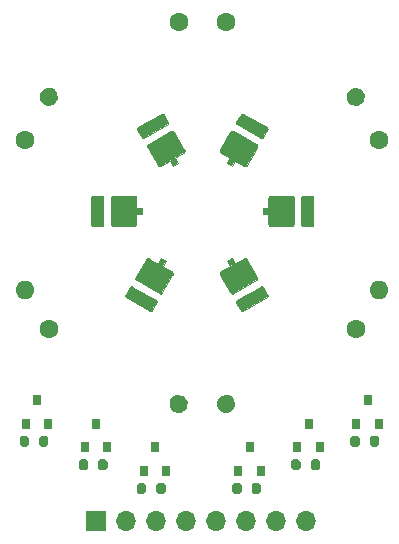
<source format=gbr>
%TF.GenerationSoftware,KiCad,Pcbnew,(5.1.8)-1*%
%TF.CreationDate,2021-03-10T15:31:21+00:00*%
%TF.ProjectId,Project_2_smaller,50726f6a-6563-4745-9f32-5f736d616c6c,rev?*%
%TF.SameCoordinates,Original*%
%TF.FileFunction,Soldermask,Top*%
%TF.FilePolarity,Negative*%
%FSLAX46Y46*%
G04 Gerber Fmt 4.6, Leading zero omitted, Abs format (unit mm)*
G04 Created by KiCad (PCBNEW (5.1.8)-1) date 2021-03-10 15:31:21*
%MOMM*%
%LPD*%
G01*
G04 APERTURE LIST*
%ADD10C,0.010000*%
%ADD11R,1.700000X1.700000*%
%ADD12O,1.700000X1.700000*%
%ADD13R,0.800000X0.900000*%
%ADD14O,1.600000X1.600000*%
%ADD15C,1.600000*%
G04 APERTURE END LIST*
D10*
%TO.C,D17*%
G36*
X143454071Y-47479552D02*
G01*
X145445929Y-48629552D01*
X145452625Y-48633655D01*
X145459097Y-48638103D01*
X145465327Y-48642884D01*
X145471299Y-48647984D01*
X145476995Y-48653389D01*
X145482401Y-48659087D01*
X145487501Y-48665057D01*
X145492281Y-48671287D01*
X145496730Y-48677760D01*
X145500833Y-48684455D01*
X145504581Y-48691357D01*
X145507961Y-48698445D01*
X145510966Y-48705700D01*
X145513588Y-48713103D01*
X145515818Y-48720633D01*
X145517652Y-48728269D01*
X145519083Y-48735990D01*
X145520108Y-48743776D01*
X145520724Y-48751605D01*
X145520929Y-48759456D01*
X145520724Y-48767306D01*
X145520107Y-48775135D01*
X145519082Y-48782921D01*
X145517651Y-48790642D01*
X145515818Y-48798278D01*
X145513588Y-48805808D01*
X145510966Y-48813211D01*
X145507961Y-48820466D01*
X145504580Y-48827554D01*
X145500833Y-48834456D01*
X145140833Y-49457994D01*
X145136730Y-49464689D01*
X145132282Y-49471161D01*
X145127501Y-49477392D01*
X145122401Y-49483364D01*
X145116995Y-49489060D01*
X145111298Y-49494466D01*
X145105327Y-49499566D01*
X145099097Y-49504346D01*
X145092625Y-49508795D01*
X145085929Y-49512898D01*
X145079028Y-49516645D01*
X145071940Y-49520026D01*
X145064685Y-49523031D01*
X145057282Y-49525653D01*
X145049752Y-49527883D01*
X145042116Y-49529716D01*
X145034394Y-49531147D01*
X145026608Y-49532173D01*
X145018780Y-49532789D01*
X145010929Y-49532994D01*
X145003079Y-49532788D01*
X144995249Y-49532172D01*
X144987464Y-49531147D01*
X144979743Y-49529716D01*
X144972106Y-49527883D01*
X144964577Y-49525652D01*
X144957174Y-49523031D01*
X144949919Y-49520025D01*
X144942831Y-49516644D01*
X144935929Y-49512898D01*
X142944071Y-48362898D01*
X142937375Y-48358794D01*
X142930903Y-48354346D01*
X142924673Y-48349566D01*
X142918701Y-48344465D01*
X142913005Y-48339060D01*
X142907599Y-48333363D01*
X142902499Y-48327392D01*
X142897719Y-48321162D01*
X142893270Y-48314689D01*
X142889167Y-48307994D01*
X142885419Y-48301093D01*
X142882039Y-48294005D01*
X142879034Y-48286749D01*
X142876412Y-48279346D01*
X142874182Y-48271817D01*
X142872348Y-48264181D01*
X142870917Y-48256459D01*
X142869892Y-48248673D01*
X142869276Y-48240844D01*
X142869071Y-48232994D01*
X142869276Y-48225144D01*
X142869893Y-48217314D01*
X142870918Y-48209529D01*
X142872349Y-48201808D01*
X142874182Y-48194171D01*
X142876412Y-48186642D01*
X142879034Y-48179239D01*
X142882039Y-48171983D01*
X142885420Y-48164895D01*
X142889167Y-48157994D01*
X143249167Y-47534456D01*
X143253270Y-47527760D01*
X143257718Y-47521288D01*
X143262499Y-47515058D01*
X143267599Y-47509086D01*
X143273005Y-47503389D01*
X143278702Y-47497984D01*
X143284673Y-47492884D01*
X143290903Y-47488103D01*
X143297375Y-47483655D01*
X143304071Y-47479552D01*
X143310972Y-47475804D01*
X143318060Y-47472423D01*
X143325315Y-47469418D01*
X143332718Y-47466797D01*
X143340248Y-47464567D01*
X143347884Y-47462733D01*
X143355606Y-47461302D01*
X143363392Y-47460277D01*
X143371220Y-47459661D01*
X143379071Y-47459455D01*
X143386921Y-47459661D01*
X143394751Y-47460277D01*
X143402536Y-47461302D01*
X143410257Y-47462734D01*
X143417894Y-47464566D01*
X143425423Y-47466797D01*
X143432826Y-47469419D01*
X143440081Y-47472424D01*
X143447169Y-47475805D01*
X143454071Y-47479552D01*
G37*
X143454071Y-47479552D02*
X145445929Y-48629552D01*
X145452625Y-48633655D01*
X145459097Y-48638103D01*
X145465327Y-48642884D01*
X145471299Y-48647984D01*
X145476995Y-48653389D01*
X145482401Y-48659087D01*
X145487501Y-48665057D01*
X145492281Y-48671287D01*
X145496730Y-48677760D01*
X145500833Y-48684455D01*
X145504581Y-48691357D01*
X145507961Y-48698445D01*
X145510966Y-48705700D01*
X145513588Y-48713103D01*
X145515818Y-48720633D01*
X145517652Y-48728269D01*
X145519083Y-48735990D01*
X145520108Y-48743776D01*
X145520724Y-48751605D01*
X145520929Y-48759456D01*
X145520724Y-48767306D01*
X145520107Y-48775135D01*
X145519082Y-48782921D01*
X145517651Y-48790642D01*
X145515818Y-48798278D01*
X145513588Y-48805808D01*
X145510966Y-48813211D01*
X145507961Y-48820466D01*
X145504580Y-48827554D01*
X145500833Y-48834456D01*
X145140833Y-49457994D01*
X145136730Y-49464689D01*
X145132282Y-49471161D01*
X145127501Y-49477392D01*
X145122401Y-49483364D01*
X145116995Y-49489060D01*
X145111298Y-49494466D01*
X145105327Y-49499566D01*
X145099097Y-49504346D01*
X145092625Y-49508795D01*
X145085929Y-49512898D01*
X145079028Y-49516645D01*
X145071940Y-49520026D01*
X145064685Y-49523031D01*
X145057282Y-49525653D01*
X145049752Y-49527883D01*
X145042116Y-49529716D01*
X145034394Y-49531147D01*
X145026608Y-49532173D01*
X145018780Y-49532789D01*
X145010929Y-49532994D01*
X145003079Y-49532788D01*
X144995249Y-49532172D01*
X144987464Y-49531147D01*
X144979743Y-49529716D01*
X144972106Y-49527883D01*
X144964577Y-49525652D01*
X144957174Y-49523031D01*
X144949919Y-49520025D01*
X144942831Y-49516644D01*
X144935929Y-49512898D01*
X142944071Y-48362898D01*
X142937375Y-48358794D01*
X142930903Y-48354346D01*
X142924673Y-48349566D01*
X142918701Y-48344465D01*
X142913005Y-48339060D01*
X142907599Y-48333363D01*
X142902499Y-48327392D01*
X142897719Y-48321162D01*
X142893270Y-48314689D01*
X142889167Y-48307994D01*
X142885419Y-48301093D01*
X142882039Y-48294005D01*
X142879034Y-48286749D01*
X142876412Y-48279346D01*
X142874182Y-48271817D01*
X142872348Y-48264181D01*
X142870917Y-48256459D01*
X142869892Y-48248673D01*
X142869276Y-48240844D01*
X142869071Y-48232994D01*
X142869276Y-48225144D01*
X142869893Y-48217314D01*
X142870918Y-48209529D01*
X142872349Y-48201808D01*
X142874182Y-48194171D01*
X142876412Y-48186642D01*
X142879034Y-48179239D01*
X142882039Y-48171983D01*
X142885420Y-48164895D01*
X142889167Y-48157994D01*
X143249167Y-47534456D01*
X143253270Y-47527760D01*
X143257718Y-47521288D01*
X143262499Y-47515058D01*
X143267599Y-47509086D01*
X143273005Y-47503389D01*
X143278702Y-47497984D01*
X143284673Y-47492884D01*
X143290903Y-47488103D01*
X143297375Y-47483655D01*
X143304071Y-47479552D01*
X143310972Y-47475804D01*
X143318060Y-47472423D01*
X143325315Y-47469418D01*
X143332718Y-47466797D01*
X143340248Y-47464567D01*
X143347884Y-47462733D01*
X143355606Y-47461302D01*
X143363392Y-47460277D01*
X143371220Y-47459661D01*
X143379071Y-47459455D01*
X143386921Y-47459661D01*
X143394751Y-47460277D01*
X143402536Y-47461302D01*
X143410257Y-47462734D01*
X143417894Y-47464566D01*
X143425423Y-47466797D01*
X143432826Y-47469419D01*
X143440081Y-47472424D01*
X143447169Y-47475805D01*
X143454071Y-47479552D01*
G36*
X142333494Y-51220448D02*
G01*
X142083494Y-51653461D01*
X142516506Y-51903461D01*
X142766506Y-51470448D01*
X142333494Y-51220448D01*
G37*
X142333494Y-51220448D02*
X142083494Y-51653461D01*
X142516506Y-51903461D01*
X142766506Y-51470448D01*
X142333494Y-51220448D01*
G36*
X142675362Y-48958314D02*
G01*
X144554638Y-50043314D01*
X144564235Y-50049196D01*
X144573512Y-50055571D01*
X144582441Y-50062423D01*
X144591001Y-50069733D01*
X144599165Y-50077482D01*
X144606914Y-50085647D01*
X144614224Y-50094205D01*
X144621076Y-50103136D01*
X144627452Y-50112413D01*
X144633333Y-50122010D01*
X144638704Y-50131902D01*
X144643550Y-50142061D01*
X144647857Y-50152461D01*
X144651615Y-50163071D01*
X144654812Y-50173864D01*
X144657439Y-50184809D01*
X144659490Y-50195876D01*
X144660960Y-50207036D01*
X144661843Y-50218258D01*
X144662137Y-50229509D01*
X144661843Y-50240762D01*
X144660959Y-50251983D01*
X144659491Y-50263143D01*
X144657439Y-50274210D01*
X144654812Y-50285156D01*
X144651615Y-50295948D01*
X144647857Y-50306559D01*
X144643550Y-50316958D01*
X144638704Y-50327118D01*
X144633333Y-50337010D01*
X143783333Y-51809253D01*
X143777452Y-51818850D01*
X143771076Y-51828127D01*
X143764224Y-51837056D01*
X143756914Y-51845616D01*
X143749166Y-51853781D01*
X143741000Y-51861529D01*
X143732442Y-51868839D01*
X143723511Y-51875691D01*
X143714235Y-51882067D01*
X143704637Y-51887948D01*
X143694746Y-51893319D01*
X143684586Y-51898165D01*
X143674186Y-51902473D01*
X143663576Y-51906230D01*
X143652784Y-51909427D01*
X143641839Y-51912054D01*
X143630771Y-51914106D01*
X143619611Y-51915575D01*
X143608390Y-51916458D01*
X143597138Y-51916752D01*
X143585886Y-51916458D01*
X143574664Y-51915575D01*
X143563504Y-51914106D01*
X143552437Y-51912055D01*
X143541491Y-51909427D01*
X143530699Y-51906230D01*
X143520088Y-51902472D01*
X143509690Y-51898165D01*
X143499530Y-51893319D01*
X143489638Y-51887948D01*
X141610362Y-50802948D01*
X141600765Y-50797067D01*
X141591488Y-50790691D01*
X141582559Y-50783839D01*
X141573999Y-50776529D01*
X141565835Y-50768781D01*
X141558086Y-50760616D01*
X141550776Y-50752057D01*
X141543924Y-50743127D01*
X141537548Y-50733850D01*
X141531667Y-50724252D01*
X141526296Y-50714361D01*
X141521450Y-50704201D01*
X141517143Y-50693802D01*
X141513385Y-50683191D01*
X141510188Y-50672399D01*
X141507561Y-50661454D01*
X141505510Y-50650387D01*
X141504040Y-50639226D01*
X141503157Y-50628005D01*
X141502863Y-50616753D01*
X141503157Y-50605501D01*
X141504041Y-50594279D01*
X141505509Y-50583119D01*
X141507561Y-50572052D01*
X141510188Y-50561107D01*
X141513385Y-50550314D01*
X141517143Y-50539703D01*
X141521450Y-50529305D01*
X141526296Y-50519145D01*
X141531667Y-50509253D01*
X142381667Y-49037010D01*
X142387548Y-49027413D01*
X142393924Y-49018136D01*
X142400776Y-49009206D01*
X142408086Y-49000646D01*
X142415834Y-48992482D01*
X142424000Y-48984733D01*
X142432558Y-48977423D01*
X142441489Y-48970571D01*
X142450765Y-48964196D01*
X142460363Y-48958314D01*
X142470254Y-48952944D01*
X142480414Y-48948097D01*
X142490814Y-48943790D01*
X142501424Y-48940033D01*
X142512216Y-48936836D01*
X142523161Y-48934208D01*
X142534229Y-48932157D01*
X142545389Y-48930687D01*
X142556610Y-48929805D01*
X142567862Y-48929510D01*
X142579114Y-48929805D01*
X142590336Y-48930688D01*
X142601496Y-48932156D01*
X142612563Y-48934208D01*
X142623509Y-48936836D01*
X142634301Y-48940032D01*
X142644912Y-48943790D01*
X142655310Y-48948097D01*
X142665470Y-48952944D01*
X142675362Y-48958314D01*
G37*
X142675362Y-48958314D02*
X144554638Y-50043314D01*
X144564235Y-50049196D01*
X144573512Y-50055571D01*
X144582441Y-50062423D01*
X144591001Y-50069733D01*
X144599165Y-50077482D01*
X144606914Y-50085647D01*
X144614224Y-50094205D01*
X144621076Y-50103136D01*
X144627452Y-50112413D01*
X144633333Y-50122010D01*
X144638704Y-50131902D01*
X144643550Y-50142061D01*
X144647857Y-50152461D01*
X144651615Y-50163071D01*
X144654812Y-50173864D01*
X144657439Y-50184809D01*
X144659490Y-50195876D01*
X144660960Y-50207036D01*
X144661843Y-50218258D01*
X144662137Y-50229509D01*
X144661843Y-50240762D01*
X144660959Y-50251983D01*
X144659491Y-50263143D01*
X144657439Y-50274210D01*
X144654812Y-50285156D01*
X144651615Y-50295948D01*
X144647857Y-50306559D01*
X144643550Y-50316958D01*
X144638704Y-50327118D01*
X144633333Y-50337010D01*
X143783333Y-51809253D01*
X143777452Y-51818850D01*
X143771076Y-51828127D01*
X143764224Y-51837056D01*
X143756914Y-51845616D01*
X143749166Y-51853781D01*
X143741000Y-51861529D01*
X143732442Y-51868839D01*
X143723511Y-51875691D01*
X143714235Y-51882067D01*
X143704637Y-51887948D01*
X143694746Y-51893319D01*
X143684586Y-51898165D01*
X143674186Y-51902473D01*
X143663576Y-51906230D01*
X143652784Y-51909427D01*
X143641839Y-51912054D01*
X143630771Y-51914106D01*
X143619611Y-51915575D01*
X143608390Y-51916458D01*
X143597138Y-51916752D01*
X143585886Y-51916458D01*
X143574664Y-51915575D01*
X143563504Y-51914106D01*
X143552437Y-51912055D01*
X143541491Y-51909427D01*
X143530699Y-51906230D01*
X143520088Y-51902472D01*
X143509690Y-51898165D01*
X143499530Y-51893319D01*
X143489638Y-51887948D01*
X141610362Y-50802948D01*
X141600765Y-50797067D01*
X141591488Y-50790691D01*
X141582559Y-50783839D01*
X141573999Y-50776529D01*
X141565835Y-50768781D01*
X141558086Y-50760616D01*
X141550776Y-50752057D01*
X141543924Y-50743127D01*
X141537548Y-50733850D01*
X141531667Y-50724252D01*
X141526296Y-50714361D01*
X141521450Y-50704201D01*
X141517143Y-50693802D01*
X141513385Y-50683191D01*
X141510188Y-50672399D01*
X141507561Y-50661454D01*
X141505510Y-50650387D01*
X141504040Y-50639226D01*
X141503157Y-50628005D01*
X141502863Y-50616753D01*
X141503157Y-50605501D01*
X141504041Y-50594279D01*
X141505509Y-50583119D01*
X141507561Y-50572052D01*
X141510188Y-50561107D01*
X141513385Y-50550314D01*
X141517143Y-50539703D01*
X141521450Y-50529305D01*
X141526296Y-50519145D01*
X141531667Y-50509253D01*
X142381667Y-49037010D01*
X142387548Y-49027413D01*
X142393924Y-49018136D01*
X142400776Y-49009206D01*
X142408086Y-49000646D01*
X142415834Y-48992482D01*
X142424000Y-48984733D01*
X142432558Y-48977423D01*
X142441489Y-48970571D01*
X142450765Y-48964196D01*
X142460363Y-48958314D01*
X142470254Y-48952944D01*
X142480414Y-48948097D01*
X142490814Y-48943790D01*
X142501424Y-48940033D01*
X142512216Y-48936836D01*
X142523161Y-48934208D01*
X142534229Y-48932157D01*
X142545389Y-48930687D01*
X142556610Y-48929805D01*
X142567862Y-48929510D01*
X142579114Y-48929805D01*
X142590336Y-48930688D01*
X142601496Y-48932156D01*
X142612563Y-48934208D01*
X142623509Y-48936836D01*
X142634301Y-48940032D01*
X142644912Y-48943790D01*
X142655310Y-48948097D01*
X142665470Y-48952944D01*
X142675362Y-48958314D01*
%TO.C,D5*%
G36*
X132270000Y-56785000D02*
G01*
X132270000Y-54615000D01*
X132270295Y-54603748D01*
X132271178Y-54592526D01*
X132272647Y-54581367D01*
X132274698Y-54570299D01*
X132277326Y-54559354D01*
X132280523Y-54548561D01*
X132284280Y-54537951D01*
X132288588Y-54527552D01*
X132293434Y-54517392D01*
X132298805Y-54507500D01*
X132304686Y-54497903D01*
X132311061Y-54488626D01*
X132317914Y-54479696D01*
X132325224Y-54471137D01*
X132332972Y-54462972D01*
X132341137Y-54455224D01*
X132349696Y-54447914D01*
X132358626Y-54441061D01*
X132367903Y-54434686D01*
X132377500Y-54428805D01*
X132387392Y-54423434D01*
X132397552Y-54418588D01*
X132407951Y-54414280D01*
X132418561Y-54410523D01*
X132429354Y-54407326D01*
X132440299Y-54404698D01*
X132451367Y-54402647D01*
X132462526Y-54401178D01*
X132473748Y-54400295D01*
X132485000Y-54400000D01*
X134185000Y-54400000D01*
X134196252Y-54400295D01*
X134207474Y-54401178D01*
X134218633Y-54402647D01*
X134229701Y-54404698D01*
X134240646Y-54407326D01*
X134251439Y-54410523D01*
X134262049Y-54414280D01*
X134272448Y-54418588D01*
X134282608Y-54423434D01*
X134292500Y-54428805D01*
X134302097Y-54434686D01*
X134311374Y-54441061D01*
X134320304Y-54447914D01*
X134328863Y-54455224D01*
X134337028Y-54462972D01*
X134344776Y-54471137D01*
X134352086Y-54479696D01*
X134358939Y-54488626D01*
X134365314Y-54497903D01*
X134371195Y-54507500D01*
X134376566Y-54517392D01*
X134381412Y-54527552D01*
X134385720Y-54537951D01*
X134389477Y-54548561D01*
X134392674Y-54559354D01*
X134395302Y-54570299D01*
X134397353Y-54581367D01*
X134398822Y-54592526D01*
X134399705Y-54603748D01*
X134400000Y-54615000D01*
X134400000Y-56785000D01*
X134399705Y-56796252D01*
X134398822Y-56807474D01*
X134397353Y-56818633D01*
X134395302Y-56829701D01*
X134392674Y-56840646D01*
X134389477Y-56851439D01*
X134385720Y-56862049D01*
X134381412Y-56872448D01*
X134376566Y-56882608D01*
X134371195Y-56892500D01*
X134365314Y-56902097D01*
X134358939Y-56911374D01*
X134352086Y-56920304D01*
X134344776Y-56928863D01*
X134337028Y-56937028D01*
X134328863Y-56944776D01*
X134320304Y-56952086D01*
X134311374Y-56958939D01*
X134302097Y-56965314D01*
X134292500Y-56971195D01*
X134282608Y-56976566D01*
X134272448Y-56981412D01*
X134262049Y-56985720D01*
X134251439Y-56989477D01*
X134240646Y-56992674D01*
X134229701Y-56995302D01*
X134218633Y-56997353D01*
X134207474Y-56998822D01*
X134196252Y-56999705D01*
X134185000Y-57000000D01*
X132485000Y-57000000D01*
X132473748Y-56999705D01*
X132462526Y-56998822D01*
X132451367Y-56997353D01*
X132440299Y-56995302D01*
X132429354Y-56992674D01*
X132418561Y-56989477D01*
X132407951Y-56985720D01*
X132397552Y-56981412D01*
X132387392Y-56976566D01*
X132377500Y-56971195D01*
X132367903Y-56965314D01*
X132358626Y-56958939D01*
X132349696Y-56952086D01*
X132341137Y-56944776D01*
X132332972Y-56937028D01*
X132325224Y-56928863D01*
X132317914Y-56920304D01*
X132311061Y-56911374D01*
X132304686Y-56902097D01*
X132298805Y-56892500D01*
X132293434Y-56882608D01*
X132288588Y-56872448D01*
X132284280Y-56862049D01*
X132280523Y-56851439D01*
X132277326Y-56840646D01*
X132274698Y-56829701D01*
X132272647Y-56818633D01*
X132271178Y-56807474D01*
X132270295Y-56796252D01*
X132270000Y-56785000D01*
G37*
X132270000Y-56785000D02*
X132270000Y-54615000D01*
X132270295Y-54603748D01*
X132271178Y-54592526D01*
X132272647Y-54581367D01*
X132274698Y-54570299D01*
X132277326Y-54559354D01*
X132280523Y-54548561D01*
X132284280Y-54537951D01*
X132288588Y-54527552D01*
X132293434Y-54517392D01*
X132298805Y-54507500D01*
X132304686Y-54497903D01*
X132311061Y-54488626D01*
X132317914Y-54479696D01*
X132325224Y-54471137D01*
X132332972Y-54462972D01*
X132341137Y-54455224D01*
X132349696Y-54447914D01*
X132358626Y-54441061D01*
X132367903Y-54434686D01*
X132377500Y-54428805D01*
X132387392Y-54423434D01*
X132397552Y-54418588D01*
X132407951Y-54414280D01*
X132418561Y-54410523D01*
X132429354Y-54407326D01*
X132440299Y-54404698D01*
X132451367Y-54402647D01*
X132462526Y-54401178D01*
X132473748Y-54400295D01*
X132485000Y-54400000D01*
X134185000Y-54400000D01*
X134196252Y-54400295D01*
X134207474Y-54401178D01*
X134218633Y-54402647D01*
X134229701Y-54404698D01*
X134240646Y-54407326D01*
X134251439Y-54410523D01*
X134262049Y-54414280D01*
X134272448Y-54418588D01*
X134282608Y-54423434D01*
X134292500Y-54428805D01*
X134302097Y-54434686D01*
X134311374Y-54441061D01*
X134320304Y-54447914D01*
X134328863Y-54455224D01*
X134337028Y-54462972D01*
X134344776Y-54471137D01*
X134352086Y-54479696D01*
X134358939Y-54488626D01*
X134365314Y-54497903D01*
X134371195Y-54507500D01*
X134376566Y-54517392D01*
X134381412Y-54527552D01*
X134385720Y-54537951D01*
X134389477Y-54548561D01*
X134392674Y-54559354D01*
X134395302Y-54570299D01*
X134397353Y-54581367D01*
X134398822Y-54592526D01*
X134399705Y-54603748D01*
X134400000Y-54615000D01*
X134400000Y-56785000D01*
X134399705Y-56796252D01*
X134398822Y-56807474D01*
X134397353Y-56818633D01*
X134395302Y-56829701D01*
X134392674Y-56840646D01*
X134389477Y-56851439D01*
X134385720Y-56862049D01*
X134381412Y-56872448D01*
X134376566Y-56882608D01*
X134371195Y-56892500D01*
X134365314Y-56902097D01*
X134358939Y-56911374D01*
X134352086Y-56920304D01*
X134344776Y-56928863D01*
X134337028Y-56937028D01*
X134328863Y-56944776D01*
X134320304Y-56952086D01*
X134311374Y-56958939D01*
X134302097Y-56965314D01*
X134292500Y-56971195D01*
X134282608Y-56976566D01*
X134272448Y-56981412D01*
X134262049Y-56985720D01*
X134251439Y-56989477D01*
X134240646Y-56992674D01*
X134229701Y-56995302D01*
X134218633Y-56997353D01*
X134207474Y-56998822D01*
X134196252Y-56999705D01*
X134185000Y-57000000D01*
X132485000Y-57000000D01*
X132473748Y-56999705D01*
X132462526Y-56998822D01*
X132451367Y-56997353D01*
X132440299Y-56995302D01*
X132429354Y-56992674D01*
X132418561Y-56989477D01*
X132407951Y-56985720D01*
X132397552Y-56981412D01*
X132387392Y-56976566D01*
X132377500Y-56971195D01*
X132367903Y-56965314D01*
X132358626Y-56958939D01*
X132349696Y-56952086D01*
X132341137Y-56944776D01*
X132332972Y-56937028D01*
X132325224Y-56928863D01*
X132317914Y-56920304D01*
X132311061Y-56911374D01*
X132304686Y-56902097D01*
X132298805Y-56892500D01*
X132293434Y-56882608D01*
X132288588Y-56872448D01*
X132284280Y-56862049D01*
X132280523Y-56851439D01*
X132277326Y-56840646D01*
X132274698Y-56829701D01*
X132272647Y-56818633D01*
X132271178Y-56807474D01*
X132270295Y-56796252D01*
X132270000Y-56785000D01*
G36*
X134400000Y-55950000D02*
G01*
X134900000Y-55950000D01*
X134900000Y-55450000D01*
X134400000Y-55450000D01*
X134400000Y-55950000D01*
G37*
X134400000Y-55950000D02*
X134900000Y-55950000D01*
X134900000Y-55450000D01*
X134400000Y-55450000D01*
X134400000Y-55950000D01*
G36*
X130600000Y-56850000D02*
G01*
X130600000Y-54550000D01*
X130600206Y-54542150D01*
X130600822Y-54534321D01*
X130601847Y-54526535D01*
X130603278Y-54518813D01*
X130605111Y-54511177D01*
X130607342Y-54503647D01*
X130609963Y-54496245D01*
X130612968Y-54488990D01*
X130616349Y-54481901D01*
X130620096Y-54475000D01*
X130624199Y-54468304D01*
X130628647Y-54461832D01*
X130633428Y-54455602D01*
X130638528Y-54449630D01*
X130643934Y-54443934D01*
X130649630Y-54438528D01*
X130655602Y-54433428D01*
X130661832Y-54428647D01*
X130668304Y-54424199D01*
X130675000Y-54420096D01*
X130681901Y-54416349D01*
X130688990Y-54412968D01*
X130696245Y-54409963D01*
X130703647Y-54407342D01*
X130711177Y-54405111D01*
X130718813Y-54403278D01*
X130726535Y-54401847D01*
X130734321Y-54400822D01*
X130742150Y-54400206D01*
X130750000Y-54400000D01*
X131470000Y-54400000D01*
X131477850Y-54400206D01*
X131485679Y-54400822D01*
X131493465Y-54401847D01*
X131501187Y-54403278D01*
X131508823Y-54405111D01*
X131516353Y-54407342D01*
X131523755Y-54409963D01*
X131531010Y-54412968D01*
X131538099Y-54416349D01*
X131545000Y-54420096D01*
X131551696Y-54424199D01*
X131558168Y-54428647D01*
X131564398Y-54433428D01*
X131570370Y-54438528D01*
X131576066Y-54443934D01*
X131581472Y-54449630D01*
X131586572Y-54455602D01*
X131591353Y-54461832D01*
X131595801Y-54468304D01*
X131599904Y-54475000D01*
X131603651Y-54481901D01*
X131607032Y-54488990D01*
X131610037Y-54496245D01*
X131612658Y-54503647D01*
X131614889Y-54511177D01*
X131616722Y-54518813D01*
X131618153Y-54526535D01*
X131619178Y-54534321D01*
X131619794Y-54542150D01*
X131620000Y-54550000D01*
X131620000Y-56850000D01*
X131619794Y-56857850D01*
X131619178Y-56865679D01*
X131618153Y-56873465D01*
X131616722Y-56881187D01*
X131614889Y-56888823D01*
X131612658Y-56896353D01*
X131610037Y-56903755D01*
X131607032Y-56911010D01*
X131603651Y-56918099D01*
X131599904Y-56925000D01*
X131595801Y-56931696D01*
X131591353Y-56938168D01*
X131586572Y-56944398D01*
X131581472Y-56950370D01*
X131576066Y-56956066D01*
X131570370Y-56961472D01*
X131564398Y-56966572D01*
X131558168Y-56971353D01*
X131551696Y-56975801D01*
X131545000Y-56979904D01*
X131538099Y-56983651D01*
X131531010Y-56987032D01*
X131523755Y-56990037D01*
X131516353Y-56992658D01*
X131508823Y-56994889D01*
X131501187Y-56996722D01*
X131493465Y-56998153D01*
X131485679Y-56999178D01*
X131477850Y-56999794D01*
X131470000Y-57000000D01*
X130750000Y-57000000D01*
X130742150Y-56999794D01*
X130734321Y-56999178D01*
X130726535Y-56998153D01*
X130718813Y-56996722D01*
X130711177Y-56994889D01*
X130703647Y-56992658D01*
X130696245Y-56990037D01*
X130688990Y-56987032D01*
X130681901Y-56983651D01*
X130675000Y-56979904D01*
X130668304Y-56975801D01*
X130661832Y-56971353D01*
X130655602Y-56966572D01*
X130649630Y-56961472D01*
X130643934Y-56956066D01*
X130638528Y-56950370D01*
X130633428Y-56944398D01*
X130628647Y-56938168D01*
X130624199Y-56931696D01*
X130620096Y-56925000D01*
X130616349Y-56918099D01*
X130612968Y-56911010D01*
X130609963Y-56903755D01*
X130607342Y-56896353D01*
X130605111Y-56888823D01*
X130603278Y-56881187D01*
X130601847Y-56873465D01*
X130600822Y-56865679D01*
X130600206Y-56857850D01*
X130600000Y-56850000D01*
G37*
X130600000Y-56850000D02*
X130600000Y-54550000D01*
X130600206Y-54542150D01*
X130600822Y-54534321D01*
X130601847Y-54526535D01*
X130603278Y-54518813D01*
X130605111Y-54511177D01*
X130607342Y-54503647D01*
X130609963Y-54496245D01*
X130612968Y-54488990D01*
X130616349Y-54481901D01*
X130620096Y-54475000D01*
X130624199Y-54468304D01*
X130628647Y-54461832D01*
X130633428Y-54455602D01*
X130638528Y-54449630D01*
X130643934Y-54443934D01*
X130649630Y-54438528D01*
X130655602Y-54433428D01*
X130661832Y-54428647D01*
X130668304Y-54424199D01*
X130675000Y-54420096D01*
X130681901Y-54416349D01*
X130688990Y-54412968D01*
X130696245Y-54409963D01*
X130703647Y-54407342D01*
X130711177Y-54405111D01*
X130718813Y-54403278D01*
X130726535Y-54401847D01*
X130734321Y-54400822D01*
X130742150Y-54400206D01*
X130750000Y-54400000D01*
X131470000Y-54400000D01*
X131477850Y-54400206D01*
X131485679Y-54400822D01*
X131493465Y-54401847D01*
X131501187Y-54403278D01*
X131508823Y-54405111D01*
X131516353Y-54407342D01*
X131523755Y-54409963D01*
X131531010Y-54412968D01*
X131538099Y-54416349D01*
X131545000Y-54420096D01*
X131551696Y-54424199D01*
X131558168Y-54428647D01*
X131564398Y-54433428D01*
X131570370Y-54438528D01*
X131576066Y-54443934D01*
X131581472Y-54449630D01*
X131586572Y-54455602D01*
X131591353Y-54461832D01*
X131595801Y-54468304D01*
X131599904Y-54475000D01*
X131603651Y-54481901D01*
X131607032Y-54488990D01*
X131610037Y-54496245D01*
X131612658Y-54503647D01*
X131614889Y-54511177D01*
X131616722Y-54518813D01*
X131618153Y-54526535D01*
X131619178Y-54534321D01*
X131619794Y-54542150D01*
X131620000Y-54550000D01*
X131620000Y-56850000D01*
X131619794Y-56857850D01*
X131619178Y-56865679D01*
X131618153Y-56873465D01*
X131616722Y-56881187D01*
X131614889Y-56888823D01*
X131612658Y-56896353D01*
X131610037Y-56903755D01*
X131607032Y-56911010D01*
X131603651Y-56918099D01*
X131599904Y-56925000D01*
X131595801Y-56931696D01*
X131591353Y-56938168D01*
X131586572Y-56944398D01*
X131581472Y-56950370D01*
X131576066Y-56956066D01*
X131570370Y-56961472D01*
X131564398Y-56966572D01*
X131558168Y-56971353D01*
X131551696Y-56975801D01*
X131545000Y-56979904D01*
X131538099Y-56983651D01*
X131531010Y-56987032D01*
X131523755Y-56990037D01*
X131516353Y-56992658D01*
X131508823Y-56994889D01*
X131501187Y-56996722D01*
X131493465Y-56998153D01*
X131485679Y-56999178D01*
X131477850Y-56999794D01*
X131470000Y-57000000D01*
X130750000Y-57000000D01*
X130742150Y-56999794D01*
X130734321Y-56999178D01*
X130726535Y-56998153D01*
X130718813Y-56996722D01*
X130711177Y-56994889D01*
X130703647Y-56992658D01*
X130696245Y-56990037D01*
X130688990Y-56987032D01*
X130681901Y-56983651D01*
X130675000Y-56979904D01*
X130668304Y-56975801D01*
X130661832Y-56971353D01*
X130655602Y-56966572D01*
X130649630Y-56961472D01*
X130643934Y-56956066D01*
X130638528Y-56950370D01*
X130633428Y-56944398D01*
X130628647Y-56938168D01*
X130624199Y-56931696D01*
X130620096Y-56925000D01*
X130616349Y-56918099D01*
X130612968Y-56911010D01*
X130609963Y-56903755D01*
X130607342Y-56896353D01*
X130605111Y-56888823D01*
X130603278Y-56881187D01*
X130601847Y-56873465D01*
X130600822Y-56865679D01*
X130600206Y-56857850D01*
X130600000Y-56850000D01*
%TO.C,D7*%
G36*
X136324638Y-62664817D02*
G01*
X134445362Y-61579817D01*
X134435765Y-61573935D01*
X134426488Y-61567560D01*
X134417559Y-61560708D01*
X134408999Y-61553398D01*
X134400835Y-61545649D01*
X134393086Y-61537484D01*
X134385776Y-61528926D01*
X134378924Y-61519995D01*
X134372548Y-61510718D01*
X134366667Y-61501121D01*
X134361296Y-61491229D01*
X134356450Y-61481070D01*
X134352143Y-61470670D01*
X134348385Y-61460060D01*
X134345188Y-61449267D01*
X134342561Y-61438322D01*
X134340510Y-61427255D01*
X134339040Y-61416095D01*
X134338157Y-61404873D01*
X134337863Y-61393622D01*
X134338157Y-61382369D01*
X134339041Y-61371148D01*
X134340509Y-61359988D01*
X134342561Y-61348921D01*
X134345188Y-61337975D01*
X134348385Y-61327183D01*
X134352143Y-61316572D01*
X134356450Y-61306173D01*
X134361296Y-61296013D01*
X134366667Y-61286121D01*
X135216667Y-59813878D01*
X135222548Y-59804281D01*
X135228924Y-59795004D01*
X135235776Y-59786075D01*
X135243086Y-59777515D01*
X135250834Y-59769350D01*
X135259000Y-59761602D01*
X135267558Y-59754292D01*
X135276489Y-59747440D01*
X135285765Y-59741064D01*
X135295363Y-59735183D01*
X135305254Y-59729812D01*
X135315414Y-59724966D01*
X135325814Y-59720658D01*
X135336424Y-59716901D01*
X135347216Y-59713704D01*
X135358161Y-59711077D01*
X135369229Y-59709025D01*
X135380389Y-59707556D01*
X135391610Y-59706673D01*
X135402862Y-59706379D01*
X135414114Y-59706673D01*
X135425336Y-59707556D01*
X135436496Y-59709025D01*
X135447563Y-59711076D01*
X135458509Y-59713704D01*
X135469301Y-59716901D01*
X135479912Y-59720659D01*
X135490310Y-59724966D01*
X135500470Y-59729812D01*
X135510362Y-59735183D01*
X137389638Y-60820183D01*
X137399235Y-60826064D01*
X137408512Y-60832440D01*
X137417441Y-60839292D01*
X137426001Y-60846602D01*
X137434165Y-60854350D01*
X137441914Y-60862515D01*
X137449224Y-60871074D01*
X137456076Y-60880004D01*
X137462452Y-60889281D01*
X137468333Y-60898879D01*
X137473704Y-60908770D01*
X137478550Y-60918930D01*
X137482857Y-60929329D01*
X137486615Y-60939940D01*
X137489812Y-60950732D01*
X137492439Y-60961677D01*
X137494490Y-60972744D01*
X137495960Y-60983905D01*
X137496843Y-60995126D01*
X137497137Y-61006378D01*
X137496843Y-61017630D01*
X137495959Y-61028852D01*
X137494491Y-61040012D01*
X137492439Y-61051079D01*
X137489812Y-61062024D01*
X137486615Y-61072817D01*
X137482857Y-61083428D01*
X137478550Y-61093826D01*
X137473704Y-61103986D01*
X137468333Y-61113878D01*
X136618333Y-62586121D01*
X136612452Y-62595718D01*
X136606076Y-62604995D01*
X136599224Y-62613925D01*
X136591914Y-62622485D01*
X136584166Y-62630649D01*
X136576000Y-62638398D01*
X136567442Y-62645708D01*
X136558511Y-62652560D01*
X136549235Y-62658935D01*
X136539637Y-62664817D01*
X136529746Y-62670187D01*
X136519586Y-62675034D01*
X136509186Y-62679341D01*
X136498576Y-62683098D01*
X136487784Y-62686295D01*
X136476839Y-62688923D01*
X136465771Y-62690974D01*
X136454611Y-62692444D01*
X136443390Y-62693326D01*
X136432138Y-62693621D01*
X136420886Y-62693326D01*
X136409664Y-62692443D01*
X136398504Y-62690975D01*
X136387437Y-62688923D01*
X136376491Y-62686295D01*
X136365699Y-62683099D01*
X136355088Y-62679341D01*
X136344690Y-62675034D01*
X136334530Y-62670187D01*
X136324638Y-62664817D01*
G37*
X136324638Y-62664817D02*
X134445362Y-61579817D01*
X134435765Y-61573935D01*
X134426488Y-61567560D01*
X134417559Y-61560708D01*
X134408999Y-61553398D01*
X134400835Y-61545649D01*
X134393086Y-61537484D01*
X134385776Y-61528926D01*
X134378924Y-61519995D01*
X134372548Y-61510718D01*
X134366667Y-61501121D01*
X134361296Y-61491229D01*
X134356450Y-61481070D01*
X134352143Y-61470670D01*
X134348385Y-61460060D01*
X134345188Y-61449267D01*
X134342561Y-61438322D01*
X134340510Y-61427255D01*
X134339040Y-61416095D01*
X134338157Y-61404873D01*
X134337863Y-61393622D01*
X134338157Y-61382369D01*
X134339041Y-61371148D01*
X134340509Y-61359988D01*
X134342561Y-61348921D01*
X134345188Y-61337975D01*
X134348385Y-61327183D01*
X134352143Y-61316572D01*
X134356450Y-61306173D01*
X134361296Y-61296013D01*
X134366667Y-61286121D01*
X135216667Y-59813878D01*
X135222548Y-59804281D01*
X135228924Y-59795004D01*
X135235776Y-59786075D01*
X135243086Y-59777515D01*
X135250834Y-59769350D01*
X135259000Y-59761602D01*
X135267558Y-59754292D01*
X135276489Y-59747440D01*
X135285765Y-59741064D01*
X135295363Y-59735183D01*
X135305254Y-59729812D01*
X135315414Y-59724966D01*
X135325814Y-59720658D01*
X135336424Y-59716901D01*
X135347216Y-59713704D01*
X135358161Y-59711077D01*
X135369229Y-59709025D01*
X135380389Y-59707556D01*
X135391610Y-59706673D01*
X135402862Y-59706379D01*
X135414114Y-59706673D01*
X135425336Y-59707556D01*
X135436496Y-59709025D01*
X135447563Y-59711076D01*
X135458509Y-59713704D01*
X135469301Y-59716901D01*
X135479912Y-59720659D01*
X135490310Y-59724966D01*
X135500470Y-59729812D01*
X135510362Y-59735183D01*
X137389638Y-60820183D01*
X137399235Y-60826064D01*
X137408512Y-60832440D01*
X137417441Y-60839292D01*
X137426001Y-60846602D01*
X137434165Y-60854350D01*
X137441914Y-60862515D01*
X137449224Y-60871074D01*
X137456076Y-60880004D01*
X137462452Y-60889281D01*
X137468333Y-60898879D01*
X137473704Y-60908770D01*
X137478550Y-60918930D01*
X137482857Y-60929329D01*
X137486615Y-60939940D01*
X137489812Y-60950732D01*
X137492439Y-60961677D01*
X137494490Y-60972744D01*
X137495960Y-60983905D01*
X137496843Y-60995126D01*
X137497137Y-61006378D01*
X137496843Y-61017630D01*
X137495959Y-61028852D01*
X137494491Y-61040012D01*
X137492439Y-61051079D01*
X137489812Y-61062024D01*
X137486615Y-61072817D01*
X137482857Y-61083428D01*
X137478550Y-61093826D01*
X137473704Y-61103986D01*
X137468333Y-61113878D01*
X136618333Y-62586121D01*
X136612452Y-62595718D01*
X136606076Y-62604995D01*
X136599224Y-62613925D01*
X136591914Y-62622485D01*
X136584166Y-62630649D01*
X136576000Y-62638398D01*
X136567442Y-62645708D01*
X136558511Y-62652560D01*
X136549235Y-62658935D01*
X136539637Y-62664817D01*
X136529746Y-62670187D01*
X136519586Y-62675034D01*
X136509186Y-62679341D01*
X136498576Y-62683098D01*
X136487784Y-62686295D01*
X136476839Y-62688923D01*
X136465771Y-62690974D01*
X136454611Y-62692444D01*
X136443390Y-62693326D01*
X136432138Y-62693621D01*
X136420886Y-62693326D01*
X136409664Y-62692443D01*
X136398504Y-62690975D01*
X136387437Y-62688923D01*
X136376491Y-62686295D01*
X136365699Y-62683099D01*
X136355088Y-62679341D01*
X136344690Y-62675034D01*
X136334530Y-62670187D01*
X136324638Y-62664817D01*
G36*
X136666506Y-60402683D02*
G01*
X136916506Y-59969670D01*
X136483494Y-59719670D01*
X136233494Y-60152683D01*
X136666506Y-60402683D01*
G37*
X136666506Y-60402683D02*
X136916506Y-59969670D01*
X136483494Y-59719670D01*
X136233494Y-60152683D01*
X136666506Y-60402683D01*
G36*
X135545929Y-64143579D02*
G01*
X133554071Y-62993579D01*
X133547375Y-62989476D01*
X133540903Y-62985028D01*
X133534673Y-62980247D01*
X133528701Y-62975147D01*
X133523005Y-62969742D01*
X133517599Y-62964044D01*
X133512499Y-62958074D01*
X133507719Y-62951844D01*
X133503270Y-62945371D01*
X133499167Y-62938676D01*
X133495419Y-62931774D01*
X133492039Y-62924686D01*
X133489034Y-62917431D01*
X133486412Y-62910028D01*
X133484182Y-62902498D01*
X133482348Y-62894862D01*
X133480917Y-62887141D01*
X133479892Y-62879355D01*
X133479276Y-62871526D01*
X133479071Y-62863675D01*
X133479276Y-62855825D01*
X133479893Y-62847996D01*
X133480918Y-62840210D01*
X133482349Y-62832489D01*
X133484182Y-62824853D01*
X133486412Y-62817323D01*
X133489034Y-62809920D01*
X133492039Y-62802665D01*
X133495420Y-62795577D01*
X133499167Y-62788675D01*
X133859167Y-62165137D01*
X133863270Y-62158442D01*
X133867718Y-62151970D01*
X133872499Y-62145739D01*
X133877599Y-62139767D01*
X133883005Y-62134071D01*
X133888702Y-62128665D01*
X133894673Y-62123565D01*
X133900903Y-62118785D01*
X133907375Y-62114336D01*
X133914071Y-62110233D01*
X133920972Y-62106486D01*
X133928060Y-62103105D01*
X133935315Y-62100100D01*
X133942718Y-62097478D01*
X133950248Y-62095248D01*
X133957884Y-62093415D01*
X133965606Y-62091984D01*
X133973392Y-62090958D01*
X133981220Y-62090342D01*
X133989071Y-62090137D01*
X133996921Y-62090343D01*
X134004751Y-62090959D01*
X134012536Y-62091984D01*
X134020257Y-62093415D01*
X134027894Y-62095248D01*
X134035423Y-62097479D01*
X134042826Y-62100100D01*
X134050081Y-62103106D01*
X134057169Y-62106487D01*
X134064071Y-62110233D01*
X136055929Y-63260233D01*
X136062625Y-63264337D01*
X136069097Y-63268785D01*
X136075327Y-63273565D01*
X136081299Y-63278666D01*
X136086995Y-63284071D01*
X136092401Y-63289768D01*
X136097501Y-63295739D01*
X136102281Y-63301969D01*
X136106730Y-63308442D01*
X136110833Y-63315137D01*
X136114581Y-63322038D01*
X136117961Y-63329126D01*
X136120966Y-63336382D01*
X136123588Y-63343785D01*
X136125818Y-63351314D01*
X136127652Y-63358950D01*
X136129083Y-63366672D01*
X136130108Y-63374458D01*
X136130724Y-63382287D01*
X136130929Y-63390137D01*
X136130724Y-63397987D01*
X136130107Y-63405817D01*
X136129082Y-63413602D01*
X136127651Y-63421323D01*
X136125818Y-63428960D01*
X136123588Y-63436489D01*
X136120966Y-63443892D01*
X136117961Y-63451148D01*
X136114580Y-63458236D01*
X136110833Y-63465137D01*
X135750833Y-64088675D01*
X135746730Y-64095371D01*
X135742282Y-64101843D01*
X135737501Y-64108073D01*
X135732401Y-64114045D01*
X135726995Y-64119742D01*
X135721298Y-64125147D01*
X135715327Y-64130247D01*
X135709097Y-64135028D01*
X135702625Y-64139476D01*
X135695929Y-64143579D01*
X135689028Y-64147327D01*
X135681940Y-64150708D01*
X135674685Y-64153713D01*
X135667282Y-64156334D01*
X135659752Y-64158564D01*
X135652116Y-64160398D01*
X135644394Y-64161829D01*
X135636608Y-64162854D01*
X135628780Y-64163470D01*
X135620929Y-64163676D01*
X135613079Y-64163470D01*
X135605249Y-64162854D01*
X135597464Y-64161829D01*
X135589743Y-64160397D01*
X135582106Y-64158565D01*
X135574577Y-64156334D01*
X135567174Y-64153712D01*
X135559919Y-64150707D01*
X135552831Y-64147326D01*
X135545929Y-64143579D01*
G37*
X135545929Y-64143579D02*
X133554071Y-62993579D01*
X133547375Y-62989476D01*
X133540903Y-62985028D01*
X133534673Y-62980247D01*
X133528701Y-62975147D01*
X133523005Y-62969742D01*
X133517599Y-62964044D01*
X133512499Y-62958074D01*
X133507719Y-62951844D01*
X133503270Y-62945371D01*
X133499167Y-62938676D01*
X133495419Y-62931774D01*
X133492039Y-62924686D01*
X133489034Y-62917431D01*
X133486412Y-62910028D01*
X133484182Y-62902498D01*
X133482348Y-62894862D01*
X133480917Y-62887141D01*
X133479892Y-62879355D01*
X133479276Y-62871526D01*
X133479071Y-62863675D01*
X133479276Y-62855825D01*
X133479893Y-62847996D01*
X133480918Y-62840210D01*
X133482349Y-62832489D01*
X133484182Y-62824853D01*
X133486412Y-62817323D01*
X133489034Y-62809920D01*
X133492039Y-62802665D01*
X133495420Y-62795577D01*
X133499167Y-62788675D01*
X133859167Y-62165137D01*
X133863270Y-62158442D01*
X133867718Y-62151970D01*
X133872499Y-62145739D01*
X133877599Y-62139767D01*
X133883005Y-62134071D01*
X133888702Y-62128665D01*
X133894673Y-62123565D01*
X133900903Y-62118785D01*
X133907375Y-62114336D01*
X133914071Y-62110233D01*
X133920972Y-62106486D01*
X133928060Y-62103105D01*
X133935315Y-62100100D01*
X133942718Y-62097478D01*
X133950248Y-62095248D01*
X133957884Y-62093415D01*
X133965606Y-62091984D01*
X133973392Y-62090958D01*
X133981220Y-62090342D01*
X133989071Y-62090137D01*
X133996921Y-62090343D01*
X134004751Y-62090959D01*
X134012536Y-62091984D01*
X134020257Y-62093415D01*
X134027894Y-62095248D01*
X134035423Y-62097479D01*
X134042826Y-62100100D01*
X134050081Y-62103106D01*
X134057169Y-62106487D01*
X134064071Y-62110233D01*
X136055929Y-63260233D01*
X136062625Y-63264337D01*
X136069097Y-63268785D01*
X136075327Y-63273565D01*
X136081299Y-63278666D01*
X136086995Y-63284071D01*
X136092401Y-63289768D01*
X136097501Y-63295739D01*
X136102281Y-63301969D01*
X136106730Y-63308442D01*
X136110833Y-63315137D01*
X136114581Y-63322038D01*
X136117961Y-63329126D01*
X136120966Y-63336382D01*
X136123588Y-63343785D01*
X136125818Y-63351314D01*
X136127652Y-63358950D01*
X136129083Y-63366672D01*
X136130108Y-63374458D01*
X136130724Y-63382287D01*
X136130929Y-63390137D01*
X136130724Y-63397987D01*
X136130107Y-63405817D01*
X136129082Y-63413602D01*
X136127651Y-63421323D01*
X136125818Y-63428960D01*
X136123588Y-63436489D01*
X136120966Y-63443892D01*
X136117961Y-63451148D01*
X136114580Y-63458236D01*
X136110833Y-63465137D01*
X135750833Y-64088675D01*
X135746730Y-64095371D01*
X135742282Y-64101843D01*
X135737501Y-64108073D01*
X135732401Y-64114045D01*
X135726995Y-64119742D01*
X135721298Y-64125147D01*
X135715327Y-64130247D01*
X135709097Y-64135028D01*
X135702625Y-64139476D01*
X135695929Y-64143579D01*
X135689028Y-64147327D01*
X135681940Y-64150708D01*
X135674685Y-64153713D01*
X135667282Y-64156334D01*
X135659752Y-64158564D01*
X135652116Y-64160398D01*
X135644394Y-64161829D01*
X135636608Y-64162854D01*
X135628780Y-64163470D01*
X135620929Y-64163676D01*
X135613079Y-64163470D01*
X135605249Y-64162854D01*
X135597464Y-64161829D01*
X135589743Y-64160397D01*
X135582106Y-64158565D01*
X135574577Y-64156334D01*
X135567174Y-64153712D01*
X135559919Y-64150707D01*
X135552831Y-64147326D01*
X135545929Y-64143579D01*
%TO.C,D10*%
G36*
X145445929Y-62993579D02*
G01*
X143454071Y-64143579D01*
X143447169Y-64147326D01*
X143440081Y-64150707D01*
X143432826Y-64153712D01*
X143425423Y-64156334D01*
X143417894Y-64158565D01*
X143410257Y-64160397D01*
X143402536Y-64161829D01*
X143394751Y-64162854D01*
X143386921Y-64163470D01*
X143379071Y-64163676D01*
X143371220Y-64163470D01*
X143363392Y-64162854D01*
X143355606Y-64161829D01*
X143347884Y-64160398D01*
X143340248Y-64158564D01*
X143332718Y-64156334D01*
X143325315Y-64153713D01*
X143318060Y-64150708D01*
X143310972Y-64147327D01*
X143304071Y-64143579D01*
X143297375Y-64139476D01*
X143290903Y-64135028D01*
X143284673Y-64130247D01*
X143278702Y-64125147D01*
X143273005Y-64119742D01*
X143267599Y-64114045D01*
X143262499Y-64108073D01*
X143257718Y-64101843D01*
X143253270Y-64095371D01*
X143249167Y-64088675D01*
X142889167Y-63465137D01*
X142885420Y-63458236D01*
X142882039Y-63451148D01*
X142879034Y-63443892D01*
X142876412Y-63436489D01*
X142874182Y-63428960D01*
X142872349Y-63421323D01*
X142870918Y-63413602D01*
X142869893Y-63405817D01*
X142869276Y-63397987D01*
X142869071Y-63390137D01*
X142869276Y-63382287D01*
X142869892Y-63374458D01*
X142870917Y-63366672D01*
X142872348Y-63358950D01*
X142874182Y-63351314D01*
X142876412Y-63343785D01*
X142879034Y-63336382D01*
X142882039Y-63329126D01*
X142885419Y-63322038D01*
X142889167Y-63315137D01*
X142893270Y-63308442D01*
X142897719Y-63301969D01*
X142902499Y-63295739D01*
X142907599Y-63289768D01*
X142913005Y-63284071D01*
X142918701Y-63278666D01*
X142924673Y-63273565D01*
X142930903Y-63268785D01*
X142937375Y-63264337D01*
X142944071Y-63260233D01*
X144935929Y-62110233D01*
X144942831Y-62106487D01*
X144949919Y-62103106D01*
X144957174Y-62100100D01*
X144964577Y-62097479D01*
X144972106Y-62095248D01*
X144979743Y-62093415D01*
X144987464Y-62091984D01*
X144995249Y-62090959D01*
X145003079Y-62090343D01*
X145010929Y-62090137D01*
X145018780Y-62090342D01*
X145026608Y-62090958D01*
X145034394Y-62091984D01*
X145042116Y-62093415D01*
X145049752Y-62095248D01*
X145057282Y-62097478D01*
X145064685Y-62100100D01*
X145071940Y-62103105D01*
X145079028Y-62106486D01*
X145085929Y-62110233D01*
X145092625Y-62114336D01*
X145099097Y-62118785D01*
X145105327Y-62123565D01*
X145111298Y-62128665D01*
X145116995Y-62134071D01*
X145122401Y-62139767D01*
X145127501Y-62145739D01*
X145132282Y-62151970D01*
X145136730Y-62158442D01*
X145140833Y-62165137D01*
X145500833Y-62788675D01*
X145504580Y-62795577D01*
X145507961Y-62802665D01*
X145510966Y-62809920D01*
X145513588Y-62817323D01*
X145515818Y-62824853D01*
X145517651Y-62832489D01*
X145519082Y-62840210D01*
X145520107Y-62847996D01*
X145520724Y-62855825D01*
X145520929Y-62863675D01*
X145520724Y-62871526D01*
X145520108Y-62879355D01*
X145519083Y-62887141D01*
X145517652Y-62894862D01*
X145515818Y-62902498D01*
X145513588Y-62910028D01*
X145510966Y-62917431D01*
X145507961Y-62924686D01*
X145504581Y-62931774D01*
X145500833Y-62938676D01*
X145496730Y-62945371D01*
X145492281Y-62951844D01*
X145487501Y-62958074D01*
X145482401Y-62964044D01*
X145476995Y-62969742D01*
X145471299Y-62975147D01*
X145465327Y-62980247D01*
X145459097Y-62985028D01*
X145452625Y-62989476D01*
X145445929Y-62993579D01*
G37*
X145445929Y-62993579D02*
X143454071Y-64143579D01*
X143447169Y-64147326D01*
X143440081Y-64150707D01*
X143432826Y-64153712D01*
X143425423Y-64156334D01*
X143417894Y-64158565D01*
X143410257Y-64160397D01*
X143402536Y-64161829D01*
X143394751Y-64162854D01*
X143386921Y-64163470D01*
X143379071Y-64163676D01*
X143371220Y-64163470D01*
X143363392Y-64162854D01*
X143355606Y-64161829D01*
X143347884Y-64160398D01*
X143340248Y-64158564D01*
X143332718Y-64156334D01*
X143325315Y-64153713D01*
X143318060Y-64150708D01*
X143310972Y-64147327D01*
X143304071Y-64143579D01*
X143297375Y-64139476D01*
X143290903Y-64135028D01*
X143284673Y-64130247D01*
X143278702Y-64125147D01*
X143273005Y-64119742D01*
X143267599Y-64114045D01*
X143262499Y-64108073D01*
X143257718Y-64101843D01*
X143253270Y-64095371D01*
X143249167Y-64088675D01*
X142889167Y-63465137D01*
X142885420Y-63458236D01*
X142882039Y-63451148D01*
X142879034Y-63443892D01*
X142876412Y-63436489D01*
X142874182Y-63428960D01*
X142872349Y-63421323D01*
X142870918Y-63413602D01*
X142869893Y-63405817D01*
X142869276Y-63397987D01*
X142869071Y-63390137D01*
X142869276Y-63382287D01*
X142869892Y-63374458D01*
X142870917Y-63366672D01*
X142872348Y-63358950D01*
X142874182Y-63351314D01*
X142876412Y-63343785D01*
X142879034Y-63336382D01*
X142882039Y-63329126D01*
X142885419Y-63322038D01*
X142889167Y-63315137D01*
X142893270Y-63308442D01*
X142897719Y-63301969D01*
X142902499Y-63295739D01*
X142907599Y-63289768D01*
X142913005Y-63284071D01*
X142918701Y-63278666D01*
X142924673Y-63273565D01*
X142930903Y-63268785D01*
X142937375Y-63264337D01*
X142944071Y-63260233D01*
X144935929Y-62110233D01*
X144942831Y-62106487D01*
X144949919Y-62103106D01*
X144957174Y-62100100D01*
X144964577Y-62097479D01*
X144972106Y-62095248D01*
X144979743Y-62093415D01*
X144987464Y-62091984D01*
X144995249Y-62090959D01*
X145003079Y-62090343D01*
X145010929Y-62090137D01*
X145018780Y-62090342D01*
X145026608Y-62090958D01*
X145034394Y-62091984D01*
X145042116Y-62093415D01*
X145049752Y-62095248D01*
X145057282Y-62097478D01*
X145064685Y-62100100D01*
X145071940Y-62103105D01*
X145079028Y-62106486D01*
X145085929Y-62110233D01*
X145092625Y-62114336D01*
X145099097Y-62118785D01*
X145105327Y-62123565D01*
X145111298Y-62128665D01*
X145116995Y-62134071D01*
X145122401Y-62139767D01*
X145127501Y-62145739D01*
X145132282Y-62151970D01*
X145136730Y-62158442D01*
X145140833Y-62165137D01*
X145500833Y-62788675D01*
X145504580Y-62795577D01*
X145507961Y-62802665D01*
X145510966Y-62809920D01*
X145513588Y-62817323D01*
X145515818Y-62824853D01*
X145517651Y-62832489D01*
X145519082Y-62840210D01*
X145520107Y-62847996D01*
X145520724Y-62855825D01*
X145520929Y-62863675D01*
X145520724Y-62871526D01*
X145520108Y-62879355D01*
X145519083Y-62887141D01*
X145517652Y-62894862D01*
X145515818Y-62902498D01*
X145513588Y-62910028D01*
X145510966Y-62917431D01*
X145507961Y-62924686D01*
X145504581Y-62931774D01*
X145500833Y-62938676D01*
X145496730Y-62945371D01*
X145492281Y-62951844D01*
X145487501Y-62958074D01*
X145482401Y-62964044D01*
X145476995Y-62969742D01*
X145471299Y-62975147D01*
X145465327Y-62980247D01*
X145459097Y-62985028D01*
X145452625Y-62989476D01*
X145445929Y-62993579D01*
G36*
X142766506Y-60152683D02*
G01*
X142516506Y-59719670D01*
X142083494Y-59969670D01*
X142333494Y-60402683D01*
X142766506Y-60152683D01*
G37*
X142766506Y-60152683D02*
X142516506Y-59719670D01*
X142083494Y-59969670D01*
X142333494Y-60402683D01*
X142766506Y-60152683D01*
G36*
X144554638Y-61579817D02*
G01*
X142675362Y-62664817D01*
X142665470Y-62670187D01*
X142655310Y-62675034D01*
X142644912Y-62679341D01*
X142634301Y-62683099D01*
X142623509Y-62686295D01*
X142612563Y-62688923D01*
X142601496Y-62690975D01*
X142590336Y-62692443D01*
X142579114Y-62693326D01*
X142567862Y-62693621D01*
X142556610Y-62693326D01*
X142545389Y-62692444D01*
X142534229Y-62690974D01*
X142523161Y-62688923D01*
X142512216Y-62686295D01*
X142501424Y-62683098D01*
X142490814Y-62679341D01*
X142480414Y-62675034D01*
X142470254Y-62670187D01*
X142460363Y-62664817D01*
X142450765Y-62658935D01*
X142441489Y-62652560D01*
X142432558Y-62645708D01*
X142424000Y-62638398D01*
X142415834Y-62630649D01*
X142408086Y-62622485D01*
X142400776Y-62613925D01*
X142393924Y-62604995D01*
X142387548Y-62595718D01*
X142381667Y-62586121D01*
X141531667Y-61113878D01*
X141526296Y-61103986D01*
X141521450Y-61093826D01*
X141517143Y-61083428D01*
X141513385Y-61072817D01*
X141510188Y-61062024D01*
X141507561Y-61051079D01*
X141505509Y-61040012D01*
X141504041Y-61028852D01*
X141503157Y-61017630D01*
X141502863Y-61006378D01*
X141503157Y-60995126D01*
X141504040Y-60983905D01*
X141505510Y-60972744D01*
X141507561Y-60961677D01*
X141510188Y-60950732D01*
X141513385Y-60939940D01*
X141517143Y-60929329D01*
X141521450Y-60918930D01*
X141526296Y-60908770D01*
X141531667Y-60898879D01*
X141537548Y-60889281D01*
X141543924Y-60880004D01*
X141550776Y-60871074D01*
X141558086Y-60862515D01*
X141565835Y-60854350D01*
X141573999Y-60846602D01*
X141582559Y-60839292D01*
X141591488Y-60832440D01*
X141600765Y-60826064D01*
X141610362Y-60820183D01*
X143489638Y-59735183D01*
X143499530Y-59729812D01*
X143509690Y-59724966D01*
X143520088Y-59720659D01*
X143530699Y-59716901D01*
X143541491Y-59713704D01*
X143552437Y-59711076D01*
X143563504Y-59709025D01*
X143574664Y-59707556D01*
X143585886Y-59706673D01*
X143597138Y-59706379D01*
X143608390Y-59706673D01*
X143619611Y-59707556D01*
X143630771Y-59709025D01*
X143641839Y-59711077D01*
X143652784Y-59713704D01*
X143663576Y-59716901D01*
X143674186Y-59720658D01*
X143684586Y-59724966D01*
X143694746Y-59729812D01*
X143704637Y-59735183D01*
X143714235Y-59741064D01*
X143723511Y-59747440D01*
X143732442Y-59754292D01*
X143741000Y-59761602D01*
X143749166Y-59769350D01*
X143756914Y-59777515D01*
X143764224Y-59786075D01*
X143771076Y-59795004D01*
X143777452Y-59804281D01*
X143783333Y-59813878D01*
X144633333Y-61286121D01*
X144638704Y-61296013D01*
X144643550Y-61306173D01*
X144647857Y-61316572D01*
X144651615Y-61327183D01*
X144654812Y-61337975D01*
X144657439Y-61348921D01*
X144659491Y-61359988D01*
X144660959Y-61371148D01*
X144661843Y-61382369D01*
X144662137Y-61393622D01*
X144661843Y-61404873D01*
X144660960Y-61416095D01*
X144659490Y-61427255D01*
X144657439Y-61438322D01*
X144654812Y-61449267D01*
X144651615Y-61460060D01*
X144647857Y-61470670D01*
X144643550Y-61481070D01*
X144638704Y-61491229D01*
X144633333Y-61501121D01*
X144627452Y-61510718D01*
X144621076Y-61519995D01*
X144614224Y-61528926D01*
X144606914Y-61537484D01*
X144599165Y-61545649D01*
X144591001Y-61553398D01*
X144582441Y-61560708D01*
X144573512Y-61567560D01*
X144564235Y-61573935D01*
X144554638Y-61579817D01*
G37*
X144554638Y-61579817D02*
X142675362Y-62664817D01*
X142665470Y-62670187D01*
X142655310Y-62675034D01*
X142644912Y-62679341D01*
X142634301Y-62683099D01*
X142623509Y-62686295D01*
X142612563Y-62688923D01*
X142601496Y-62690975D01*
X142590336Y-62692443D01*
X142579114Y-62693326D01*
X142567862Y-62693621D01*
X142556610Y-62693326D01*
X142545389Y-62692444D01*
X142534229Y-62690974D01*
X142523161Y-62688923D01*
X142512216Y-62686295D01*
X142501424Y-62683098D01*
X142490814Y-62679341D01*
X142480414Y-62675034D01*
X142470254Y-62670187D01*
X142460363Y-62664817D01*
X142450765Y-62658935D01*
X142441489Y-62652560D01*
X142432558Y-62645708D01*
X142424000Y-62638398D01*
X142415834Y-62630649D01*
X142408086Y-62622485D01*
X142400776Y-62613925D01*
X142393924Y-62604995D01*
X142387548Y-62595718D01*
X142381667Y-62586121D01*
X141531667Y-61113878D01*
X141526296Y-61103986D01*
X141521450Y-61093826D01*
X141517143Y-61083428D01*
X141513385Y-61072817D01*
X141510188Y-61062024D01*
X141507561Y-61051079D01*
X141505509Y-61040012D01*
X141504041Y-61028852D01*
X141503157Y-61017630D01*
X141502863Y-61006378D01*
X141503157Y-60995126D01*
X141504040Y-60983905D01*
X141505510Y-60972744D01*
X141507561Y-60961677D01*
X141510188Y-60950732D01*
X141513385Y-60939940D01*
X141517143Y-60929329D01*
X141521450Y-60918930D01*
X141526296Y-60908770D01*
X141531667Y-60898879D01*
X141537548Y-60889281D01*
X141543924Y-60880004D01*
X141550776Y-60871074D01*
X141558086Y-60862515D01*
X141565835Y-60854350D01*
X141573999Y-60846602D01*
X141582559Y-60839292D01*
X141591488Y-60832440D01*
X141600765Y-60826064D01*
X141610362Y-60820183D01*
X143489638Y-59735183D01*
X143499530Y-59729812D01*
X143509690Y-59724966D01*
X143520088Y-59720659D01*
X143530699Y-59716901D01*
X143541491Y-59713704D01*
X143552437Y-59711076D01*
X143563504Y-59709025D01*
X143574664Y-59707556D01*
X143585886Y-59706673D01*
X143597138Y-59706379D01*
X143608390Y-59706673D01*
X143619611Y-59707556D01*
X143630771Y-59709025D01*
X143641839Y-59711077D01*
X143652784Y-59713704D01*
X143663576Y-59716901D01*
X143674186Y-59720658D01*
X143684586Y-59724966D01*
X143694746Y-59729812D01*
X143704637Y-59735183D01*
X143714235Y-59741064D01*
X143723511Y-59747440D01*
X143732442Y-59754292D01*
X143741000Y-59761602D01*
X143749166Y-59769350D01*
X143756914Y-59777515D01*
X143764224Y-59786075D01*
X143771076Y-59795004D01*
X143777452Y-59804281D01*
X143783333Y-59813878D01*
X144633333Y-61286121D01*
X144638704Y-61296013D01*
X144643550Y-61306173D01*
X144647857Y-61316572D01*
X144651615Y-61327183D01*
X144654812Y-61337975D01*
X144657439Y-61348921D01*
X144659491Y-61359988D01*
X144660959Y-61371148D01*
X144661843Y-61382369D01*
X144662137Y-61393622D01*
X144661843Y-61404873D01*
X144660960Y-61416095D01*
X144659490Y-61427255D01*
X144657439Y-61438322D01*
X144654812Y-61449267D01*
X144651615Y-61460060D01*
X144647857Y-61470670D01*
X144643550Y-61481070D01*
X144638704Y-61491229D01*
X144633333Y-61501121D01*
X144627452Y-61510718D01*
X144621076Y-61519995D01*
X144614224Y-61528926D01*
X144606914Y-61537484D01*
X144599165Y-61545649D01*
X144591001Y-61553398D01*
X144582441Y-61560708D01*
X144573512Y-61567560D01*
X144564235Y-61573935D01*
X144554638Y-61579817D01*
%TO.C,D14*%
G36*
X149400000Y-54550000D02*
G01*
X149400000Y-56850000D01*
X149399794Y-56857850D01*
X149399178Y-56865679D01*
X149398153Y-56873465D01*
X149396722Y-56881187D01*
X149394889Y-56888823D01*
X149392658Y-56896353D01*
X149390037Y-56903755D01*
X149387032Y-56911010D01*
X149383651Y-56918099D01*
X149379904Y-56925000D01*
X149375801Y-56931696D01*
X149371353Y-56938168D01*
X149366572Y-56944398D01*
X149361472Y-56950370D01*
X149356066Y-56956066D01*
X149350370Y-56961472D01*
X149344398Y-56966572D01*
X149338168Y-56971353D01*
X149331696Y-56975801D01*
X149325000Y-56979904D01*
X149318099Y-56983651D01*
X149311010Y-56987032D01*
X149303755Y-56990037D01*
X149296353Y-56992658D01*
X149288823Y-56994889D01*
X149281187Y-56996722D01*
X149273465Y-56998153D01*
X149265679Y-56999178D01*
X149257850Y-56999794D01*
X149250000Y-57000000D01*
X148530000Y-57000000D01*
X148522150Y-56999794D01*
X148514321Y-56999178D01*
X148506535Y-56998153D01*
X148498813Y-56996722D01*
X148491177Y-56994889D01*
X148483647Y-56992658D01*
X148476245Y-56990037D01*
X148468990Y-56987032D01*
X148461901Y-56983651D01*
X148455000Y-56979904D01*
X148448304Y-56975801D01*
X148441832Y-56971353D01*
X148435602Y-56966572D01*
X148429630Y-56961472D01*
X148423934Y-56956066D01*
X148418528Y-56950370D01*
X148413428Y-56944398D01*
X148408647Y-56938168D01*
X148404199Y-56931696D01*
X148400096Y-56925000D01*
X148396349Y-56918099D01*
X148392968Y-56911010D01*
X148389963Y-56903755D01*
X148387342Y-56896353D01*
X148385111Y-56888823D01*
X148383278Y-56881187D01*
X148381847Y-56873465D01*
X148380822Y-56865679D01*
X148380206Y-56857850D01*
X148380000Y-56850000D01*
X148380000Y-54550000D01*
X148380206Y-54542150D01*
X148380822Y-54534321D01*
X148381847Y-54526535D01*
X148383278Y-54518813D01*
X148385111Y-54511177D01*
X148387342Y-54503647D01*
X148389963Y-54496245D01*
X148392968Y-54488990D01*
X148396349Y-54481901D01*
X148400096Y-54475000D01*
X148404199Y-54468304D01*
X148408647Y-54461832D01*
X148413428Y-54455602D01*
X148418528Y-54449630D01*
X148423934Y-54443934D01*
X148429630Y-54438528D01*
X148435602Y-54433428D01*
X148441832Y-54428647D01*
X148448304Y-54424199D01*
X148455000Y-54420096D01*
X148461901Y-54416349D01*
X148468990Y-54412968D01*
X148476245Y-54409963D01*
X148483647Y-54407342D01*
X148491177Y-54405111D01*
X148498813Y-54403278D01*
X148506535Y-54401847D01*
X148514321Y-54400822D01*
X148522150Y-54400206D01*
X148530000Y-54400000D01*
X149250000Y-54400000D01*
X149257850Y-54400206D01*
X149265679Y-54400822D01*
X149273465Y-54401847D01*
X149281187Y-54403278D01*
X149288823Y-54405111D01*
X149296353Y-54407342D01*
X149303755Y-54409963D01*
X149311010Y-54412968D01*
X149318099Y-54416349D01*
X149325000Y-54420096D01*
X149331696Y-54424199D01*
X149338168Y-54428647D01*
X149344398Y-54433428D01*
X149350370Y-54438528D01*
X149356066Y-54443934D01*
X149361472Y-54449630D01*
X149366572Y-54455602D01*
X149371353Y-54461832D01*
X149375801Y-54468304D01*
X149379904Y-54475000D01*
X149383651Y-54481901D01*
X149387032Y-54488990D01*
X149390037Y-54496245D01*
X149392658Y-54503647D01*
X149394889Y-54511177D01*
X149396722Y-54518813D01*
X149398153Y-54526535D01*
X149399178Y-54534321D01*
X149399794Y-54542150D01*
X149400000Y-54550000D01*
G37*
X149400000Y-54550000D02*
X149400000Y-56850000D01*
X149399794Y-56857850D01*
X149399178Y-56865679D01*
X149398153Y-56873465D01*
X149396722Y-56881187D01*
X149394889Y-56888823D01*
X149392658Y-56896353D01*
X149390037Y-56903755D01*
X149387032Y-56911010D01*
X149383651Y-56918099D01*
X149379904Y-56925000D01*
X149375801Y-56931696D01*
X149371353Y-56938168D01*
X149366572Y-56944398D01*
X149361472Y-56950370D01*
X149356066Y-56956066D01*
X149350370Y-56961472D01*
X149344398Y-56966572D01*
X149338168Y-56971353D01*
X149331696Y-56975801D01*
X149325000Y-56979904D01*
X149318099Y-56983651D01*
X149311010Y-56987032D01*
X149303755Y-56990037D01*
X149296353Y-56992658D01*
X149288823Y-56994889D01*
X149281187Y-56996722D01*
X149273465Y-56998153D01*
X149265679Y-56999178D01*
X149257850Y-56999794D01*
X149250000Y-57000000D01*
X148530000Y-57000000D01*
X148522150Y-56999794D01*
X148514321Y-56999178D01*
X148506535Y-56998153D01*
X148498813Y-56996722D01*
X148491177Y-56994889D01*
X148483647Y-56992658D01*
X148476245Y-56990037D01*
X148468990Y-56987032D01*
X148461901Y-56983651D01*
X148455000Y-56979904D01*
X148448304Y-56975801D01*
X148441832Y-56971353D01*
X148435602Y-56966572D01*
X148429630Y-56961472D01*
X148423934Y-56956066D01*
X148418528Y-56950370D01*
X148413428Y-56944398D01*
X148408647Y-56938168D01*
X148404199Y-56931696D01*
X148400096Y-56925000D01*
X148396349Y-56918099D01*
X148392968Y-56911010D01*
X148389963Y-56903755D01*
X148387342Y-56896353D01*
X148385111Y-56888823D01*
X148383278Y-56881187D01*
X148381847Y-56873465D01*
X148380822Y-56865679D01*
X148380206Y-56857850D01*
X148380000Y-56850000D01*
X148380000Y-54550000D01*
X148380206Y-54542150D01*
X148380822Y-54534321D01*
X148381847Y-54526535D01*
X148383278Y-54518813D01*
X148385111Y-54511177D01*
X148387342Y-54503647D01*
X148389963Y-54496245D01*
X148392968Y-54488990D01*
X148396349Y-54481901D01*
X148400096Y-54475000D01*
X148404199Y-54468304D01*
X148408647Y-54461832D01*
X148413428Y-54455602D01*
X148418528Y-54449630D01*
X148423934Y-54443934D01*
X148429630Y-54438528D01*
X148435602Y-54433428D01*
X148441832Y-54428647D01*
X148448304Y-54424199D01*
X148455000Y-54420096D01*
X148461901Y-54416349D01*
X148468990Y-54412968D01*
X148476245Y-54409963D01*
X148483647Y-54407342D01*
X148491177Y-54405111D01*
X148498813Y-54403278D01*
X148506535Y-54401847D01*
X148514321Y-54400822D01*
X148522150Y-54400206D01*
X148530000Y-54400000D01*
X149250000Y-54400000D01*
X149257850Y-54400206D01*
X149265679Y-54400822D01*
X149273465Y-54401847D01*
X149281187Y-54403278D01*
X149288823Y-54405111D01*
X149296353Y-54407342D01*
X149303755Y-54409963D01*
X149311010Y-54412968D01*
X149318099Y-54416349D01*
X149325000Y-54420096D01*
X149331696Y-54424199D01*
X149338168Y-54428647D01*
X149344398Y-54433428D01*
X149350370Y-54438528D01*
X149356066Y-54443934D01*
X149361472Y-54449630D01*
X149366572Y-54455602D01*
X149371353Y-54461832D01*
X149375801Y-54468304D01*
X149379904Y-54475000D01*
X149383651Y-54481901D01*
X149387032Y-54488990D01*
X149390037Y-54496245D01*
X149392658Y-54503647D01*
X149394889Y-54511177D01*
X149396722Y-54518813D01*
X149398153Y-54526535D01*
X149399178Y-54534321D01*
X149399794Y-54542150D01*
X149400000Y-54550000D01*
G36*
X145600000Y-55450000D02*
G01*
X145100000Y-55450000D01*
X145100000Y-55950000D01*
X145600000Y-55950000D01*
X145600000Y-55450000D01*
G37*
X145600000Y-55450000D02*
X145100000Y-55450000D01*
X145100000Y-55950000D01*
X145600000Y-55950000D01*
X145600000Y-55450000D01*
G36*
X147730000Y-54615000D02*
G01*
X147730000Y-56785000D01*
X147729705Y-56796252D01*
X147728822Y-56807474D01*
X147727353Y-56818633D01*
X147725302Y-56829701D01*
X147722674Y-56840646D01*
X147719477Y-56851439D01*
X147715720Y-56862049D01*
X147711412Y-56872448D01*
X147706566Y-56882608D01*
X147701195Y-56892500D01*
X147695314Y-56902097D01*
X147688939Y-56911374D01*
X147682086Y-56920304D01*
X147674776Y-56928863D01*
X147667028Y-56937028D01*
X147658863Y-56944776D01*
X147650304Y-56952086D01*
X147641374Y-56958939D01*
X147632097Y-56965314D01*
X147622500Y-56971195D01*
X147612608Y-56976566D01*
X147602448Y-56981412D01*
X147592049Y-56985720D01*
X147581439Y-56989477D01*
X147570646Y-56992674D01*
X147559701Y-56995302D01*
X147548633Y-56997353D01*
X147537474Y-56998822D01*
X147526252Y-56999705D01*
X147515000Y-57000000D01*
X145815000Y-57000000D01*
X145803748Y-56999705D01*
X145792526Y-56998822D01*
X145781367Y-56997353D01*
X145770299Y-56995302D01*
X145759354Y-56992674D01*
X145748561Y-56989477D01*
X145737951Y-56985720D01*
X145727552Y-56981412D01*
X145717392Y-56976566D01*
X145707500Y-56971195D01*
X145697903Y-56965314D01*
X145688626Y-56958939D01*
X145679696Y-56952086D01*
X145671137Y-56944776D01*
X145662972Y-56937028D01*
X145655224Y-56928863D01*
X145647914Y-56920304D01*
X145641061Y-56911374D01*
X145634686Y-56902097D01*
X145628805Y-56892500D01*
X145623434Y-56882608D01*
X145618588Y-56872448D01*
X145614280Y-56862049D01*
X145610523Y-56851439D01*
X145607326Y-56840646D01*
X145604698Y-56829701D01*
X145602647Y-56818633D01*
X145601178Y-56807474D01*
X145600295Y-56796252D01*
X145600000Y-56785000D01*
X145600000Y-54615000D01*
X145600295Y-54603748D01*
X145601178Y-54592526D01*
X145602647Y-54581367D01*
X145604698Y-54570299D01*
X145607326Y-54559354D01*
X145610523Y-54548561D01*
X145614280Y-54537951D01*
X145618588Y-54527552D01*
X145623434Y-54517392D01*
X145628805Y-54507500D01*
X145634686Y-54497903D01*
X145641061Y-54488626D01*
X145647914Y-54479696D01*
X145655224Y-54471137D01*
X145662972Y-54462972D01*
X145671137Y-54455224D01*
X145679696Y-54447914D01*
X145688626Y-54441061D01*
X145697903Y-54434686D01*
X145707500Y-54428805D01*
X145717392Y-54423434D01*
X145727552Y-54418588D01*
X145737951Y-54414280D01*
X145748561Y-54410523D01*
X145759354Y-54407326D01*
X145770299Y-54404698D01*
X145781367Y-54402647D01*
X145792526Y-54401178D01*
X145803748Y-54400295D01*
X145815000Y-54400000D01*
X147515000Y-54400000D01*
X147526252Y-54400295D01*
X147537474Y-54401178D01*
X147548633Y-54402647D01*
X147559701Y-54404698D01*
X147570646Y-54407326D01*
X147581439Y-54410523D01*
X147592049Y-54414280D01*
X147602448Y-54418588D01*
X147612608Y-54423434D01*
X147622500Y-54428805D01*
X147632097Y-54434686D01*
X147641374Y-54441061D01*
X147650304Y-54447914D01*
X147658863Y-54455224D01*
X147667028Y-54462972D01*
X147674776Y-54471137D01*
X147682086Y-54479696D01*
X147688939Y-54488626D01*
X147695314Y-54497903D01*
X147701195Y-54507500D01*
X147706566Y-54517392D01*
X147711412Y-54527552D01*
X147715720Y-54537951D01*
X147719477Y-54548561D01*
X147722674Y-54559354D01*
X147725302Y-54570299D01*
X147727353Y-54581367D01*
X147728822Y-54592526D01*
X147729705Y-54603748D01*
X147730000Y-54615000D01*
G37*
X147730000Y-54615000D02*
X147730000Y-56785000D01*
X147729705Y-56796252D01*
X147728822Y-56807474D01*
X147727353Y-56818633D01*
X147725302Y-56829701D01*
X147722674Y-56840646D01*
X147719477Y-56851439D01*
X147715720Y-56862049D01*
X147711412Y-56872448D01*
X147706566Y-56882608D01*
X147701195Y-56892500D01*
X147695314Y-56902097D01*
X147688939Y-56911374D01*
X147682086Y-56920304D01*
X147674776Y-56928863D01*
X147667028Y-56937028D01*
X147658863Y-56944776D01*
X147650304Y-56952086D01*
X147641374Y-56958939D01*
X147632097Y-56965314D01*
X147622500Y-56971195D01*
X147612608Y-56976566D01*
X147602448Y-56981412D01*
X147592049Y-56985720D01*
X147581439Y-56989477D01*
X147570646Y-56992674D01*
X147559701Y-56995302D01*
X147548633Y-56997353D01*
X147537474Y-56998822D01*
X147526252Y-56999705D01*
X147515000Y-57000000D01*
X145815000Y-57000000D01*
X145803748Y-56999705D01*
X145792526Y-56998822D01*
X145781367Y-56997353D01*
X145770299Y-56995302D01*
X145759354Y-56992674D01*
X145748561Y-56989477D01*
X145737951Y-56985720D01*
X145727552Y-56981412D01*
X145717392Y-56976566D01*
X145707500Y-56971195D01*
X145697903Y-56965314D01*
X145688626Y-56958939D01*
X145679696Y-56952086D01*
X145671137Y-56944776D01*
X145662972Y-56937028D01*
X145655224Y-56928863D01*
X145647914Y-56920304D01*
X145641061Y-56911374D01*
X145634686Y-56902097D01*
X145628805Y-56892500D01*
X145623434Y-56882608D01*
X145618588Y-56872448D01*
X145614280Y-56862049D01*
X145610523Y-56851439D01*
X145607326Y-56840646D01*
X145604698Y-56829701D01*
X145602647Y-56818633D01*
X145601178Y-56807474D01*
X145600295Y-56796252D01*
X145600000Y-56785000D01*
X145600000Y-54615000D01*
X145600295Y-54603748D01*
X145601178Y-54592526D01*
X145602647Y-54581367D01*
X145604698Y-54570299D01*
X145607326Y-54559354D01*
X145610523Y-54548561D01*
X145614280Y-54537951D01*
X145618588Y-54527552D01*
X145623434Y-54517392D01*
X145628805Y-54507500D01*
X145634686Y-54497903D01*
X145641061Y-54488626D01*
X145647914Y-54479696D01*
X145655224Y-54471137D01*
X145662972Y-54462972D01*
X145671137Y-54455224D01*
X145679696Y-54447914D01*
X145688626Y-54441061D01*
X145697903Y-54434686D01*
X145707500Y-54428805D01*
X145717392Y-54423434D01*
X145727552Y-54418588D01*
X145737951Y-54414280D01*
X145748561Y-54410523D01*
X145759354Y-54407326D01*
X145770299Y-54404698D01*
X145781367Y-54402647D01*
X145792526Y-54401178D01*
X145803748Y-54400295D01*
X145815000Y-54400000D01*
X147515000Y-54400000D01*
X147526252Y-54400295D01*
X147537474Y-54401178D01*
X147548633Y-54402647D01*
X147559701Y-54404698D01*
X147570646Y-54407326D01*
X147581439Y-54410523D01*
X147592049Y-54414280D01*
X147602448Y-54418588D01*
X147612608Y-54423434D01*
X147622500Y-54428805D01*
X147632097Y-54434686D01*
X147641374Y-54441061D01*
X147650304Y-54447914D01*
X147658863Y-54455224D01*
X147667028Y-54462972D01*
X147674776Y-54471137D01*
X147682086Y-54479696D01*
X147688939Y-54488626D01*
X147695314Y-54497903D01*
X147701195Y-54507500D01*
X147706566Y-54517392D01*
X147711412Y-54527552D01*
X147715720Y-54537951D01*
X147719477Y-54548561D01*
X147722674Y-54559354D01*
X147725302Y-54570299D01*
X147727353Y-54581367D01*
X147728822Y-54592526D01*
X147729705Y-54603748D01*
X147730000Y-54615000D01*
%TO.C,D20*%
G36*
X135445362Y-50043314D02*
G01*
X137324638Y-48958314D01*
X137334530Y-48952944D01*
X137344690Y-48948097D01*
X137355088Y-48943790D01*
X137365699Y-48940032D01*
X137376491Y-48936836D01*
X137387437Y-48934208D01*
X137398504Y-48932156D01*
X137409664Y-48930688D01*
X137420886Y-48929805D01*
X137432138Y-48929510D01*
X137443390Y-48929805D01*
X137454611Y-48930687D01*
X137465771Y-48932157D01*
X137476839Y-48934208D01*
X137487784Y-48936836D01*
X137498576Y-48940033D01*
X137509186Y-48943790D01*
X137519586Y-48948097D01*
X137529746Y-48952944D01*
X137539637Y-48958314D01*
X137549235Y-48964196D01*
X137558511Y-48970571D01*
X137567442Y-48977423D01*
X137576000Y-48984733D01*
X137584166Y-48992482D01*
X137591914Y-49000646D01*
X137599224Y-49009206D01*
X137606076Y-49018136D01*
X137612452Y-49027413D01*
X137618333Y-49037010D01*
X138468333Y-50509253D01*
X138473704Y-50519145D01*
X138478550Y-50529305D01*
X138482857Y-50539703D01*
X138486615Y-50550314D01*
X138489812Y-50561107D01*
X138492439Y-50572052D01*
X138494491Y-50583119D01*
X138495959Y-50594279D01*
X138496843Y-50605501D01*
X138497137Y-50616753D01*
X138496843Y-50628005D01*
X138495960Y-50639226D01*
X138494490Y-50650387D01*
X138492439Y-50661454D01*
X138489812Y-50672399D01*
X138486615Y-50683191D01*
X138482857Y-50693802D01*
X138478550Y-50704201D01*
X138473704Y-50714361D01*
X138468333Y-50724252D01*
X138462452Y-50733850D01*
X138456076Y-50743127D01*
X138449224Y-50752057D01*
X138441914Y-50760616D01*
X138434165Y-50768781D01*
X138426001Y-50776529D01*
X138417441Y-50783839D01*
X138408512Y-50790691D01*
X138399235Y-50797067D01*
X138389638Y-50802948D01*
X136510362Y-51887948D01*
X136500470Y-51893319D01*
X136490310Y-51898165D01*
X136479912Y-51902472D01*
X136469301Y-51906230D01*
X136458509Y-51909427D01*
X136447563Y-51912055D01*
X136436496Y-51914106D01*
X136425336Y-51915575D01*
X136414114Y-51916458D01*
X136402862Y-51916752D01*
X136391610Y-51916458D01*
X136380389Y-51915575D01*
X136369229Y-51914106D01*
X136358161Y-51912054D01*
X136347216Y-51909427D01*
X136336424Y-51906230D01*
X136325814Y-51902473D01*
X136315414Y-51898165D01*
X136305254Y-51893319D01*
X136295363Y-51887948D01*
X136285765Y-51882067D01*
X136276489Y-51875691D01*
X136267558Y-51868839D01*
X136259000Y-51861529D01*
X136250834Y-51853781D01*
X136243086Y-51845616D01*
X136235776Y-51837056D01*
X136228924Y-51828127D01*
X136222548Y-51818850D01*
X136216667Y-51809253D01*
X135366667Y-50337010D01*
X135361296Y-50327118D01*
X135356450Y-50316958D01*
X135352143Y-50306559D01*
X135348385Y-50295948D01*
X135345188Y-50285156D01*
X135342561Y-50274210D01*
X135340509Y-50263143D01*
X135339041Y-50251983D01*
X135338157Y-50240762D01*
X135337863Y-50229509D01*
X135338157Y-50218258D01*
X135339040Y-50207036D01*
X135340510Y-50195876D01*
X135342561Y-50184809D01*
X135345188Y-50173864D01*
X135348385Y-50163071D01*
X135352143Y-50152461D01*
X135356450Y-50142061D01*
X135361296Y-50131902D01*
X135366667Y-50122010D01*
X135372548Y-50112413D01*
X135378924Y-50103136D01*
X135385776Y-50094205D01*
X135393086Y-50085647D01*
X135400835Y-50077482D01*
X135408999Y-50069733D01*
X135417559Y-50062423D01*
X135426488Y-50055571D01*
X135435765Y-50049196D01*
X135445362Y-50043314D01*
G37*
X135445362Y-50043314D02*
X137324638Y-48958314D01*
X137334530Y-48952944D01*
X137344690Y-48948097D01*
X137355088Y-48943790D01*
X137365699Y-48940032D01*
X137376491Y-48936836D01*
X137387437Y-48934208D01*
X137398504Y-48932156D01*
X137409664Y-48930688D01*
X137420886Y-48929805D01*
X137432138Y-48929510D01*
X137443390Y-48929805D01*
X137454611Y-48930687D01*
X137465771Y-48932157D01*
X137476839Y-48934208D01*
X137487784Y-48936836D01*
X137498576Y-48940033D01*
X137509186Y-48943790D01*
X137519586Y-48948097D01*
X137529746Y-48952944D01*
X137539637Y-48958314D01*
X137549235Y-48964196D01*
X137558511Y-48970571D01*
X137567442Y-48977423D01*
X137576000Y-48984733D01*
X137584166Y-48992482D01*
X137591914Y-49000646D01*
X137599224Y-49009206D01*
X137606076Y-49018136D01*
X137612452Y-49027413D01*
X137618333Y-49037010D01*
X138468333Y-50509253D01*
X138473704Y-50519145D01*
X138478550Y-50529305D01*
X138482857Y-50539703D01*
X138486615Y-50550314D01*
X138489812Y-50561107D01*
X138492439Y-50572052D01*
X138494491Y-50583119D01*
X138495959Y-50594279D01*
X138496843Y-50605501D01*
X138497137Y-50616753D01*
X138496843Y-50628005D01*
X138495960Y-50639226D01*
X138494490Y-50650387D01*
X138492439Y-50661454D01*
X138489812Y-50672399D01*
X138486615Y-50683191D01*
X138482857Y-50693802D01*
X138478550Y-50704201D01*
X138473704Y-50714361D01*
X138468333Y-50724252D01*
X138462452Y-50733850D01*
X138456076Y-50743127D01*
X138449224Y-50752057D01*
X138441914Y-50760616D01*
X138434165Y-50768781D01*
X138426001Y-50776529D01*
X138417441Y-50783839D01*
X138408512Y-50790691D01*
X138399235Y-50797067D01*
X138389638Y-50802948D01*
X136510362Y-51887948D01*
X136500470Y-51893319D01*
X136490310Y-51898165D01*
X136479912Y-51902472D01*
X136469301Y-51906230D01*
X136458509Y-51909427D01*
X136447563Y-51912055D01*
X136436496Y-51914106D01*
X136425336Y-51915575D01*
X136414114Y-51916458D01*
X136402862Y-51916752D01*
X136391610Y-51916458D01*
X136380389Y-51915575D01*
X136369229Y-51914106D01*
X136358161Y-51912054D01*
X136347216Y-51909427D01*
X136336424Y-51906230D01*
X136325814Y-51902473D01*
X136315414Y-51898165D01*
X136305254Y-51893319D01*
X136295363Y-51887948D01*
X136285765Y-51882067D01*
X136276489Y-51875691D01*
X136267558Y-51868839D01*
X136259000Y-51861529D01*
X136250834Y-51853781D01*
X136243086Y-51845616D01*
X136235776Y-51837056D01*
X136228924Y-51828127D01*
X136222548Y-51818850D01*
X136216667Y-51809253D01*
X135366667Y-50337010D01*
X135361296Y-50327118D01*
X135356450Y-50316958D01*
X135352143Y-50306559D01*
X135348385Y-50295948D01*
X135345188Y-50285156D01*
X135342561Y-50274210D01*
X135340509Y-50263143D01*
X135339041Y-50251983D01*
X135338157Y-50240762D01*
X135337863Y-50229509D01*
X135338157Y-50218258D01*
X135339040Y-50207036D01*
X135340510Y-50195876D01*
X135342561Y-50184809D01*
X135345188Y-50173864D01*
X135348385Y-50163071D01*
X135352143Y-50152461D01*
X135356450Y-50142061D01*
X135361296Y-50131902D01*
X135366667Y-50122010D01*
X135372548Y-50112413D01*
X135378924Y-50103136D01*
X135385776Y-50094205D01*
X135393086Y-50085647D01*
X135400835Y-50077482D01*
X135408999Y-50069733D01*
X135417559Y-50062423D01*
X135426488Y-50055571D01*
X135435765Y-50049196D01*
X135445362Y-50043314D01*
G36*
X137233494Y-51470448D02*
G01*
X137483494Y-51903461D01*
X137916506Y-51653461D01*
X137666506Y-51220448D01*
X137233494Y-51470448D01*
G37*
X137233494Y-51470448D02*
X137483494Y-51903461D01*
X137916506Y-51653461D01*
X137666506Y-51220448D01*
X137233494Y-51470448D01*
G36*
X134554071Y-48629552D02*
G01*
X136545929Y-47479552D01*
X136552831Y-47475805D01*
X136559919Y-47472424D01*
X136567174Y-47469419D01*
X136574577Y-47466797D01*
X136582106Y-47464566D01*
X136589743Y-47462734D01*
X136597464Y-47461302D01*
X136605249Y-47460277D01*
X136613079Y-47459661D01*
X136620929Y-47459455D01*
X136628780Y-47459661D01*
X136636608Y-47460277D01*
X136644394Y-47461302D01*
X136652116Y-47462733D01*
X136659752Y-47464567D01*
X136667282Y-47466797D01*
X136674685Y-47469418D01*
X136681940Y-47472423D01*
X136689028Y-47475804D01*
X136695929Y-47479552D01*
X136702625Y-47483655D01*
X136709097Y-47488103D01*
X136715327Y-47492884D01*
X136721298Y-47497984D01*
X136726995Y-47503389D01*
X136732401Y-47509086D01*
X136737501Y-47515058D01*
X136742282Y-47521288D01*
X136746730Y-47527760D01*
X136750833Y-47534456D01*
X137110833Y-48157994D01*
X137114580Y-48164895D01*
X137117961Y-48171983D01*
X137120966Y-48179239D01*
X137123588Y-48186642D01*
X137125818Y-48194171D01*
X137127651Y-48201808D01*
X137129082Y-48209529D01*
X137130107Y-48217314D01*
X137130724Y-48225144D01*
X137130929Y-48232994D01*
X137130724Y-48240844D01*
X137130108Y-48248673D01*
X137129083Y-48256459D01*
X137127652Y-48264181D01*
X137125818Y-48271817D01*
X137123588Y-48279346D01*
X137120966Y-48286749D01*
X137117961Y-48294005D01*
X137114581Y-48301093D01*
X137110833Y-48307994D01*
X137106730Y-48314689D01*
X137102281Y-48321162D01*
X137097501Y-48327392D01*
X137092401Y-48333363D01*
X137086995Y-48339060D01*
X137081299Y-48344465D01*
X137075327Y-48349566D01*
X137069097Y-48354346D01*
X137062625Y-48358794D01*
X137055929Y-48362898D01*
X135064071Y-49512898D01*
X135057169Y-49516644D01*
X135050081Y-49520025D01*
X135042826Y-49523031D01*
X135035423Y-49525652D01*
X135027894Y-49527883D01*
X135020257Y-49529716D01*
X135012536Y-49531147D01*
X135004751Y-49532172D01*
X134996921Y-49532788D01*
X134989071Y-49532994D01*
X134981220Y-49532789D01*
X134973392Y-49532173D01*
X134965606Y-49531147D01*
X134957884Y-49529716D01*
X134950248Y-49527883D01*
X134942718Y-49525653D01*
X134935315Y-49523031D01*
X134928060Y-49520026D01*
X134920972Y-49516645D01*
X134914071Y-49512898D01*
X134907375Y-49508795D01*
X134900903Y-49504346D01*
X134894673Y-49499566D01*
X134888702Y-49494466D01*
X134883005Y-49489060D01*
X134877599Y-49483364D01*
X134872499Y-49477392D01*
X134867718Y-49471161D01*
X134863270Y-49464689D01*
X134859167Y-49457994D01*
X134499167Y-48834456D01*
X134495420Y-48827554D01*
X134492039Y-48820466D01*
X134489034Y-48813211D01*
X134486412Y-48805808D01*
X134484182Y-48798278D01*
X134482349Y-48790642D01*
X134480918Y-48782921D01*
X134479893Y-48775135D01*
X134479276Y-48767306D01*
X134479071Y-48759456D01*
X134479276Y-48751605D01*
X134479892Y-48743776D01*
X134480917Y-48735990D01*
X134482348Y-48728269D01*
X134484182Y-48720633D01*
X134486412Y-48713103D01*
X134489034Y-48705700D01*
X134492039Y-48698445D01*
X134495419Y-48691357D01*
X134499167Y-48684455D01*
X134503270Y-48677760D01*
X134507719Y-48671287D01*
X134512499Y-48665057D01*
X134517599Y-48659087D01*
X134523005Y-48653389D01*
X134528701Y-48647984D01*
X134534673Y-48642884D01*
X134540903Y-48638103D01*
X134547375Y-48633655D01*
X134554071Y-48629552D01*
G37*
X134554071Y-48629552D02*
X136545929Y-47479552D01*
X136552831Y-47475805D01*
X136559919Y-47472424D01*
X136567174Y-47469419D01*
X136574577Y-47466797D01*
X136582106Y-47464566D01*
X136589743Y-47462734D01*
X136597464Y-47461302D01*
X136605249Y-47460277D01*
X136613079Y-47459661D01*
X136620929Y-47459455D01*
X136628780Y-47459661D01*
X136636608Y-47460277D01*
X136644394Y-47461302D01*
X136652116Y-47462733D01*
X136659752Y-47464567D01*
X136667282Y-47466797D01*
X136674685Y-47469418D01*
X136681940Y-47472423D01*
X136689028Y-47475804D01*
X136695929Y-47479552D01*
X136702625Y-47483655D01*
X136709097Y-47488103D01*
X136715327Y-47492884D01*
X136721298Y-47497984D01*
X136726995Y-47503389D01*
X136732401Y-47509086D01*
X136737501Y-47515058D01*
X136742282Y-47521288D01*
X136746730Y-47527760D01*
X136750833Y-47534456D01*
X137110833Y-48157994D01*
X137114580Y-48164895D01*
X137117961Y-48171983D01*
X137120966Y-48179239D01*
X137123588Y-48186642D01*
X137125818Y-48194171D01*
X137127651Y-48201808D01*
X137129082Y-48209529D01*
X137130107Y-48217314D01*
X137130724Y-48225144D01*
X137130929Y-48232994D01*
X137130724Y-48240844D01*
X137130108Y-48248673D01*
X137129083Y-48256459D01*
X137127652Y-48264181D01*
X137125818Y-48271817D01*
X137123588Y-48279346D01*
X137120966Y-48286749D01*
X137117961Y-48294005D01*
X137114581Y-48301093D01*
X137110833Y-48307994D01*
X137106730Y-48314689D01*
X137102281Y-48321162D01*
X137097501Y-48327392D01*
X137092401Y-48333363D01*
X137086995Y-48339060D01*
X137081299Y-48344465D01*
X137075327Y-48349566D01*
X137069097Y-48354346D01*
X137062625Y-48358794D01*
X137055929Y-48362898D01*
X135064071Y-49512898D01*
X135057169Y-49516644D01*
X135050081Y-49520025D01*
X135042826Y-49523031D01*
X135035423Y-49525652D01*
X135027894Y-49527883D01*
X135020257Y-49529716D01*
X135012536Y-49531147D01*
X135004751Y-49532172D01*
X134996921Y-49532788D01*
X134989071Y-49532994D01*
X134981220Y-49532789D01*
X134973392Y-49532173D01*
X134965606Y-49531147D01*
X134957884Y-49529716D01*
X134950248Y-49527883D01*
X134942718Y-49525653D01*
X134935315Y-49523031D01*
X134928060Y-49520026D01*
X134920972Y-49516645D01*
X134914071Y-49512898D01*
X134907375Y-49508795D01*
X134900903Y-49504346D01*
X134894673Y-49499566D01*
X134888702Y-49494466D01*
X134883005Y-49489060D01*
X134877599Y-49483364D01*
X134872499Y-49477392D01*
X134867718Y-49471161D01*
X134863270Y-49464689D01*
X134859167Y-49457994D01*
X134499167Y-48834456D01*
X134495420Y-48827554D01*
X134492039Y-48820466D01*
X134489034Y-48813211D01*
X134486412Y-48805808D01*
X134484182Y-48798278D01*
X134482349Y-48790642D01*
X134480918Y-48782921D01*
X134479893Y-48775135D01*
X134479276Y-48767306D01*
X134479071Y-48759456D01*
X134479276Y-48751605D01*
X134479892Y-48743776D01*
X134480917Y-48735990D01*
X134482348Y-48728269D01*
X134484182Y-48720633D01*
X134486412Y-48713103D01*
X134489034Y-48705700D01*
X134492039Y-48698445D01*
X134495419Y-48691357D01*
X134499167Y-48684455D01*
X134503270Y-48677760D01*
X134507719Y-48671287D01*
X134512499Y-48665057D01*
X134517599Y-48659087D01*
X134523005Y-48653389D01*
X134528701Y-48647984D01*
X134534673Y-48642884D01*
X134540903Y-48638103D01*
X134547375Y-48633655D01*
X134554071Y-48629552D01*
%TD*%
D11*
%TO.C,J14*%
X131000000Y-81950000D03*
D12*
X133540000Y-81950000D03*
X136080000Y-81950000D03*
X138620000Y-81950000D03*
X141160000Y-81950000D03*
X143700000Y-81950000D03*
X146240000Y-81950000D03*
X148780000Y-81950000D03*
%TD*%
%TO.C,R14*%
G36*
G01*
X136900000Y-78925000D02*
X136900000Y-79475000D01*
G75*
G02*
X136700000Y-79675000I-200000J0D01*
G01*
X136300000Y-79675000D01*
G75*
G02*
X136100000Y-79475000I0J200000D01*
G01*
X136100000Y-78925000D01*
G75*
G02*
X136300000Y-78725000I200000J0D01*
G01*
X136700000Y-78725000D01*
G75*
G02*
X136900000Y-78925000I0J-200000D01*
G01*
G37*
G36*
G01*
X135250000Y-78925000D02*
X135250000Y-79475000D01*
G75*
G02*
X135050000Y-79675000I-200000J0D01*
G01*
X134650000Y-79675000D01*
G75*
G02*
X134450000Y-79475000I0J200000D01*
G01*
X134450000Y-78925000D01*
G75*
G02*
X134650000Y-78725000I200000J0D01*
G01*
X135050000Y-78725000D01*
G75*
G02*
X135250000Y-78925000I0J-200000D01*
G01*
G37*
%TD*%
%TO.C,R17*%
G36*
G01*
X154175000Y-75475000D02*
X154175000Y-74925000D01*
G75*
G02*
X154375000Y-74725000I200000J0D01*
G01*
X154775000Y-74725000D01*
G75*
G02*
X154975000Y-74925000I0J-200000D01*
G01*
X154975000Y-75475000D01*
G75*
G02*
X154775000Y-75675000I-200000J0D01*
G01*
X154375000Y-75675000D01*
G75*
G02*
X154175000Y-75475000I0J200000D01*
G01*
G37*
G36*
G01*
X152525000Y-75475000D02*
X152525000Y-74925000D01*
G75*
G02*
X152725000Y-74725000I200000J0D01*
G01*
X153125000Y-74725000D01*
G75*
G02*
X153325000Y-74925000I0J-200000D01*
G01*
X153325000Y-75475000D01*
G75*
G02*
X153125000Y-75675000I-200000J0D01*
G01*
X152725000Y-75675000D01*
G75*
G02*
X152525000Y-75475000I0J200000D01*
G01*
G37*
%TD*%
%TO.C,R12*%
G36*
G01*
X126975000Y-74925000D02*
X126975000Y-75475000D01*
G75*
G02*
X126775000Y-75675000I-200000J0D01*
G01*
X126375000Y-75675000D01*
G75*
G02*
X126175000Y-75475000I0J200000D01*
G01*
X126175000Y-74925000D01*
G75*
G02*
X126375000Y-74725000I200000J0D01*
G01*
X126775000Y-74725000D01*
G75*
G02*
X126975000Y-74925000I0J-200000D01*
G01*
G37*
G36*
G01*
X125325000Y-74925000D02*
X125325000Y-75475000D01*
G75*
G02*
X125125000Y-75675000I-200000J0D01*
G01*
X124725000Y-75675000D01*
G75*
G02*
X124525000Y-75475000I0J200000D01*
G01*
X124525000Y-74925000D01*
G75*
G02*
X124725000Y-74725000I200000J0D01*
G01*
X125125000Y-74725000D01*
G75*
G02*
X125325000Y-74925000I0J-200000D01*
G01*
G37*
%TD*%
%TO.C,R13*%
G36*
G01*
X130325000Y-76925000D02*
X130325000Y-77475000D01*
G75*
G02*
X130125000Y-77675000I-200000J0D01*
G01*
X129725000Y-77675000D01*
G75*
G02*
X129525000Y-77475000I0J200000D01*
G01*
X129525000Y-76925000D01*
G75*
G02*
X129725000Y-76725000I200000J0D01*
G01*
X130125000Y-76725000D01*
G75*
G02*
X130325000Y-76925000I0J-200000D01*
G01*
G37*
G36*
G01*
X131975000Y-76925000D02*
X131975000Y-77475000D01*
G75*
G02*
X131775000Y-77675000I-200000J0D01*
G01*
X131375000Y-77675000D01*
G75*
G02*
X131175000Y-77475000I0J200000D01*
G01*
X131175000Y-76925000D01*
G75*
G02*
X131375000Y-76725000I200000J0D01*
G01*
X131775000Y-76725000D01*
G75*
G02*
X131975000Y-76925000I0J-200000D01*
G01*
G37*
%TD*%
%TO.C,R15*%
G36*
G01*
X144175000Y-79475000D02*
X144175000Y-78925000D01*
G75*
G02*
X144375000Y-78725000I200000J0D01*
G01*
X144775000Y-78725000D01*
G75*
G02*
X144975000Y-78925000I0J-200000D01*
G01*
X144975000Y-79475000D01*
G75*
G02*
X144775000Y-79675000I-200000J0D01*
G01*
X144375000Y-79675000D01*
G75*
G02*
X144175000Y-79475000I0J200000D01*
G01*
G37*
G36*
G01*
X142525000Y-79475000D02*
X142525000Y-78925000D01*
G75*
G02*
X142725000Y-78725000I200000J0D01*
G01*
X143125000Y-78725000D01*
G75*
G02*
X143325000Y-78925000I0J-200000D01*
G01*
X143325000Y-79475000D01*
G75*
G02*
X143125000Y-79675000I-200000J0D01*
G01*
X142725000Y-79675000D01*
G75*
G02*
X142525000Y-79475000I0J200000D01*
G01*
G37*
%TD*%
%TO.C,R16*%
G36*
G01*
X147525000Y-77475000D02*
X147525000Y-76925000D01*
G75*
G02*
X147725000Y-76725000I200000J0D01*
G01*
X148125000Y-76725000D01*
G75*
G02*
X148325000Y-76925000I0J-200000D01*
G01*
X148325000Y-77475000D01*
G75*
G02*
X148125000Y-77675000I-200000J0D01*
G01*
X147725000Y-77675000D01*
G75*
G02*
X147525000Y-77475000I0J200000D01*
G01*
G37*
G36*
G01*
X149175000Y-77475000D02*
X149175000Y-76925000D01*
G75*
G02*
X149375000Y-76725000I200000J0D01*
G01*
X149775000Y-76725000D01*
G75*
G02*
X149975000Y-76925000I0J-200000D01*
G01*
X149975000Y-77475000D01*
G75*
G02*
X149775000Y-77675000I-200000J0D01*
G01*
X149375000Y-77675000D01*
G75*
G02*
X149175000Y-77475000I0J200000D01*
G01*
G37*
%TD*%
D13*
%TO.C,Q5*%
X136000000Y-75700000D03*
X136950000Y-77700000D03*
X135050000Y-77700000D03*
%TD*%
%TO.C,Q3*%
X126000000Y-71700000D03*
X126950000Y-73700000D03*
X125050000Y-73700000D03*
%TD*%
%TO.C,Q4*%
X131000000Y-73700000D03*
X131950000Y-75700000D03*
X130050000Y-75700000D03*
%TD*%
%TO.C,Q6*%
X143050000Y-77700000D03*
X144950000Y-77700000D03*
X144000000Y-75700000D03*
%TD*%
%TO.C,Q7*%
X148050000Y-75700000D03*
X149950000Y-75700000D03*
X149000000Y-73700000D03*
%TD*%
%TO.C,Q8*%
X153050000Y-73700000D03*
X154950000Y-73700000D03*
X154000000Y-71700000D03*
%TD*%
D14*
%TO.C,R18*%
X125000000Y-62400000D03*
D15*
X125000000Y-49700000D03*
%TD*%
%TO.C,R19*%
X127000000Y-65700000D03*
G36*
G01*
X137305703Y-71650000D02*
X137305703Y-71650000D01*
G75*
G02*
X138398523Y-71357180I692820J-400000D01*
G01*
X138398523Y-71357180D01*
G75*
G02*
X138691343Y-72450000I-400000J-692820D01*
G01*
X138691343Y-72450000D01*
G75*
G02*
X137598523Y-72742820I-692820J400000D01*
G01*
X137598523Y-72742820D01*
G75*
G02*
X137305703Y-71650000I400000J692820D01*
G01*
G37*
%TD*%
%TO.C,R20*%
X153000000Y-65700000D03*
G36*
G01*
X142694297Y-71650000D02*
X142694297Y-71650000D01*
G75*
G02*
X142401477Y-72742820I-692820J-400000D01*
G01*
X142401477Y-72742820D01*
G75*
G02*
X141308657Y-72450000I-400000J692820D01*
G01*
X141308657Y-72450000D01*
G75*
G02*
X141601477Y-71357180I692820J400000D01*
G01*
X141601477Y-71357180D01*
G75*
G02*
X142694297Y-71650000I400000J-692820D01*
G01*
G37*
%TD*%
D14*
%TO.C,R21*%
X155000000Y-62400000D03*
D15*
X155000000Y-49700000D03*
%TD*%
%TO.C,R22*%
X142000000Y-39700000D03*
G36*
G01*
X152305703Y-45650000D02*
X152305703Y-45650000D01*
G75*
G02*
X153398523Y-45357180I692820J-400000D01*
G01*
X153398523Y-45357180D01*
G75*
G02*
X153691343Y-46450000I-400000J-692820D01*
G01*
X153691343Y-46450000D01*
G75*
G02*
X152598523Y-46742820I-692820J400000D01*
G01*
X152598523Y-46742820D01*
G75*
G02*
X152305703Y-45650000I400000J692820D01*
G01*
G37*
%TD*%
%TO.C,R23*%
G36*
G01*
X127694297Y-45650000D02*
X127694297Y-45650000D01*
G75*
G02*
X127401477Y-46742820I-692820J-400000D01*
G01*
X127401477Y-46742820D01*
G75*
G02*
X126308657Y-46450000I-400000J692820D01*
G01*
X126308657Y-46450000D01*
G75*
G02*
X126601477Y-45357180I692820J400000D01*
G01*
X126601477Y-45357180D01*
G75*
G02*
X127694297Y-45650000I400000J-692820D01*
G01*
G37*
X138000000Y-39700000D03*
%TD*%
M02*

</source>
